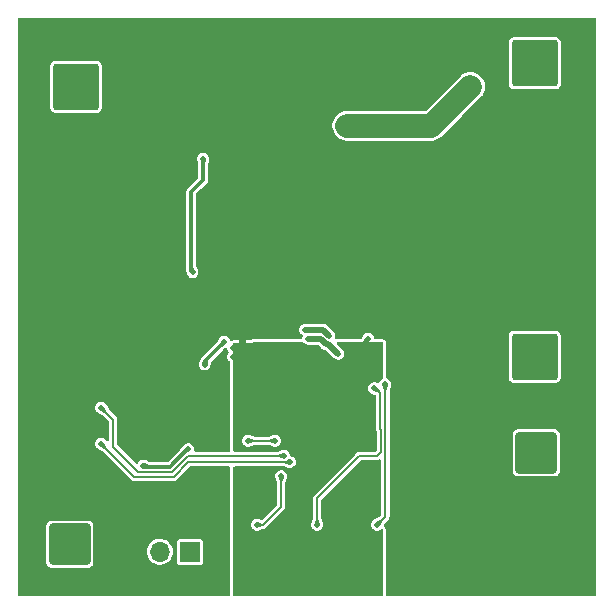
<source format=gbl>
%TF.GenerationSoftware,KiCad,Pcbnew,8.0.2*%
%TF.CreationDate,2024-05-28T03:04:17+03:00*%
%TF.ProjectId,ups,7570732e-6b69-4636-9164-5f7063625858,rev?*%
%TF.SameCoordinates,Original*%
%TF.FileFunction,Copper,L2,Bot*%
%TF.FilePolarity,Positive*%
%FSLAX46Y46*%
G04 Gerber Fmt 4.6, Leading zero omitted, Abs format (unit mm)*
G04 Created by KiCad (PCBNEW 8.0.2) date 2024-05-28 03:04:17*
%MOMM*%
%LPD*%
G01*
G04 APERTURE LIST*
G04 Aperture macros list*
%AMRoundRect*
0 Rectangle with rounded corners*
0 $1 Rounding radius*
0 $2 $3 $4 $5 $6 $7 $8 $9 X,Y pos of 4 corners*
0 Add a 4 corners polygon primitive as box body*
4,1,4,$2,$3,$4,$5,$6,$7,$8,$9,$2,$3,0*
0 Add four circle primitives for the rounded corners*
1,1,$1+$1,$2,$3*
1,1,$1+$1,$4,$5*
1,1,$1+$1,$6,$7*
1,1,$1+$1,$8,$9*
0 Add four rect primitives between the rounded corners*
20,1,$1+$1,$2,$3,$4,$5,0*
20,1,$1+$1,$4,$5,$6,$7,0*
20,1,$1+$1,$6,$7,$8,$9,0*
20,1,$1+$1,$8,$9,$2,$3,0*%
%AMFreePoly0*
4,1,19,0.500000,-0.750000,0.000000,-0.750000,0.000000,-0.744911,-0.071157,-0.744911,-0.207708,-0.704816,-0.327430,-0.627875,-0.420627,-0.520320,-0.479746,-0.390866,-0.500000,-0.250000,-0.500000,0.250000,-0.479746,0.390866,-0.420627,0.520320,-0.327430,0.627875,-0.207708,0.704816,-0.071157,0.744911,0.000000,0.744911,0.000000,0.750000,0.500000,0.750000,0.500000,-0.750000,0.500000,-0.750000,
$1*%
%AMFreePoly1*
4,1,19,0.000000,0.744911,0.071157,0.744911,0.207708,0.704816,0.327430,0.627875,0.420627,0.520320,0.479746,0.390866,0.500000,0.250000,0.500000,-0.250000,0.479746,-0.390866,0.420627,-0.520320,0.327430,-0.627875,0.207708,-0.704816,0.071157,-0.744911,0.000000,-0.744911,0.000000,-0.750000,-0.500000,-0.750000,-0.500000,0.750000,0.000000,0.750000,0.000000,0.744911,0.000000,0.744911,
$1*%
G04 Aperture macros list end*
%TA.AperFunction,EtchedComponent*%
%ADD10C,0.000000*%
%TD*%
%TA.AperFunction,ComponentPad*%
%ADD11C,5.600000*%
%TD*%
%TA.AperFunction,SMDPad,CuDef*%
%ADD12FreePoly0,270.000000*%
%TD*%
%TA.AperFunction,SMDPad,CuDef*%
%ADD13FreePoly1,270.000000*%
%TD*%
%TA.AperFunction,ComponentPad*%
%ADD14RoundRect,0.250002X-1.499998X-1.499998X1.499998X-1.499998X1.499998X1.499998X-1.499998X1.499998X0*%
%TD*%
%TA.AperFunction,ComponentPad*%
%ADD15RoundRect,0.250002X-1.699998X-1.699998X1.699998X-1.699998X1.699998X1.699998X-1.699998X1.699998X0*%
%TD*%
%TA.AperFunction,ComponentPad*%
%ADD16C,3.900000*%
%TD*%
%TA.AperFunction,ComponentPad*%
%ADD17RoundRect,0.250002X1.499998X1.499998X-1.499998X1.499998X-1.499998X-1.499998X1.499998X-1.499998X0*%
%TD*%
%TA.AperFunction,ComponentPad*%
%ADD18RoundRect,0.250002X-1.699998X1.699998X-1.699998X-1.699998X1.699998X-1.699998X1.699998X1.699998X0*%
%TD*%
%TA.AperFunction,ComponentPad*%
%ADD19RoundRect,0.250002X1.699998X-1.699998X1.699998X1.699998X-1.699998X1.699998X-1.699998X-1.699998X0*%
%TD*%
%TA.AperFunction,ComponentPad*%
%ADD20R,1.700000X1.700000*%
%TD*%
%TA.AperFunction,ComponentPad*%
%ADD21O,1.700000X1.700000*%
%TD*%
%TA.AperFunction,ViaPad*%
%ADD22C,0.500000*%
%TD*%
%TA.AperFunction,ViaPad*%
%ADD23C,0.600000*%
%TD*%
%TA.AperFunction,Conductor*%
%ADD24C,0.300000*%
%TD*%
%TA.AperFunction,Conductor*%
%ADD25C,0.500000*%
%TD*%
%TA.AperFunction,Conductor*%
%ADD26C,0.200000*%
%TD*%
%TA.AperFunction,Conductor*%
%ADD27C,1.000000*%
%TD*%
%TA.AperFunction,Conductor*%
%ADD28C,2.000000*%
%TD*%
G04 APERTURE END LIST*
D10*
%TA.AperFunction,EtchedComponent*%
%TO.C,JP2*%
G36*
X104440000Y-71370000D02*
G01*
X103840000Y-71370000D01*
X103840000Y-70870000D01*
X104440000Y-70870000D01*
X104440000Y-71370000D01*
G37*
%TD.AperFunction*%
%TD*%
D11*
%TO.P,H2,1,1*%
%TO.N,Earth*%
X121920000Y-59055000D03*
%TD*%
D12*
%TO.P,JP2,1,A*%
%TO.N,Earth*%
X104140000Y-70470000D03*
D13*
%TO.P,JP2,2,B*%
%TO.N,GND*%
X104140000Y-71770000D03*
%TD*%
D14*
%TO.P,J6,1,Pin_1*%
%TO.N,Net-(J6-Pin_1)*%
X129032000Y-80518000D03*
%TD*%
D15*
%TO.P,J1,1,Pin_1*%
%TO.N,Net-(J1-Pin_1)*%
X90080000Y-49530000D03*
D16*
%TO.P,J1,2,Pin_2*%
%TO.N,Earth*%
X97880000Y-49530000D03*
%TD*%
D11*
%TO.P,H1,1,1*%
%TO.N,Earth*%
X97155000Y-77470000D03*
%TD*%
D17*
%TO.P,J4,1,Pin_1*%
%TO.N,Net-(J4-Pin_1)*%
X89535000Y-88265000D03*
%TD*%
D18*
%TO.P,J2,1,Pin_1*%
%TO.N,Net-(J2-Pin_1)*%
X128905000Y-47535000D03*
D16*
%TO.P,J2,2,Pin_2*%
%TO.N,Earth*%
X128905000Y-55335000D03*
%TD*%
D19*
%TO.P,J3,1,Pin_1*%
%TO.N,Net-(J3-Pin_1)*%
X128905000Y-72390000D03*
D16*
%TO.P,J3,2,Pin_2*%
%TO.N,Earth*%
X128905000Y-64590000D03*
%TD*%
D20*
%TO.P,J5,1,Pin_1*%
%TO.N,Net-(J5-Pin_1)*%
X99700000Y-88900000D03*
D21*
%TO.P,J5,2,Pin_2*%
%TO.N,GND*%
X97160000Y-88900000D03*
%TD*%
D22*
%TO.N,Earth*%
X120142000Y-72644000D03*
X124714000Y-54864000D03*
X86614000Y-83566000D03*
X93218000Y-82550000D03*
X95758000Y-83566000D03*
X86614000Y-91440000D03*
X87968666Y-91440000D03*
X89323332Y-91440000D03*
X90677998Y-91440000D03*
X92032664Y-91440000D03*
X93387330Y-91440000D03*
X94742000Y-91440000D03*
X102108000Y-90170000D03*
X102108000Y-86360000D03*
X102108000Y-82296000D03*
X99822000Y-82296000D03*
%TO.N,Net-(J4-Pin_1)*%
X95765797Y-81600000D03*
X99568000Y-80222000D03*
%TO.N,Earth*%
X126238000Y-79756000D03*
X126238000Y-75438000D03*
X130048000Y-76454000D03*
X121920000Y-53594000D03*
X120142000Y-50038000D03*
X105918000Y-53594000D03*
%TO.N,GND*%
X113284000Y-78232000D03*
X113538000Y-82296000D03*
X107950000Y-88900000D03*
X107950000Y-85852000D03*
X113030000Y-88900000D03*
X113030000Y-85852000D03*
X114300000Y-81788000D03*
X115316000Y-81788000D03*
X114935000Y-91440000D03*
X113429142Y-91440000D03*
X111923285Y-91440000D03*
X110417428Y-91440000D03*
X108911571Y-91440000D03*
X107405714Y-91440000D03*
X105899857Y-91440000D03*
X104394000Y-91440000D03*
%TO.N,Earth*%
X116078000Y-70104000D03*
%TO.N,Net-(JP1-A)*%
X104648000Y-79502000D03*
X106934000Y-79502000D03*
%TO.N,Net-(U1-ISET1)*%
X105410000Y-86614000D03*
X107442000Y-82505000D03*
%TO.N,Net-(U1-ACSET)*%
X115570000Y-86614000D03*
%TO.N,Net-(U1-ISET2)*%
X110490000Y-86614000D03*
X115316000Y-75055000D03*
%TO.N,Net-(U1-ACSET)*%
X116240000Y-74700000D03*
%TO.N,GND*%
X114808000Y-70866000D03*
X113284000Y-74168000D03*
%TO.N,Earth*%
X117856000Y-74168000D03*
X117856000Y-72136000D03*
X117856000Y-73077294D03*
X118110000Y-86285294D03*
X118110000Y-89004588D03*
X118110000Y-83566000D03*
%TO.N,GND*%
X113792000Y-71882000D03*
X114300000Y-71374000D03*
%TO.N,Earth*%
X130227304Y-91440000D03*
X128210232Y-91440000D03*
X124176116Y-91440000D03*
X126193174Y-91440000D03*
X122159058Y-91440000D03*
X120142000Y-91440000D03*
X133096000Y-75124234D03*
X133096000Y-86001410D03*
X133096000Y-64247058D03*
X133096000Y-61527764D03*
X133096000Y-72404940D03*
X133096000Y-91440000D03*
X133096000Y-77843528D03*
X133096000Y-88720704D03*
X133096000Y-80562822D03*
X133096000Y-83282116D03*
X133096000Y-56089176D03*
X133096000Y-45212000D03*
X133096000Y-69685646D03*
X133096000Y-47931294D03*
X133096000Y-58808470D03*
X133096000Y-66966352D03*
X133096000Y-53369882D03*
X133096000Y-50650588D03*
X114808000Y-55118000D03*
X113665000Y-55118000D03*
X97790000Y-59944000D03*
X96266000Y-59944000D03*
X97790000Y-58674000D03*
X96266000Y-58674000D03*
X112103638Y-44450000D03*
X120171870Y-44450000D03*
X104035406Y-44450000D03*
X102018348Y-44450000D03*
X110086580Y-44450000D03*
X124206000Y-44450000D03*
X114120696Y-44450000D03*
X122188928Y-44450000D03*
X116137754Y-44450000D03*
X118154812Y-44450000D03*
X97984232Y-44450000D03*
X89916000Y-44450000D03*
X108069522Y-44450000D03*
X91933058Y-44450000D03*
X100001290Y-44450000D03*
X106052464Y-44450000D03*
X95967174Y-44450000D03*
X93950116Y-44450000D03*
X86106000Y-71882000D03*
X86106000Y-65786000D03*
X86106000Y-64262000D03*
X86106000Y-70358000D03*
X86106000Y-68834000D03*
X86106000Y-67310000D03*
X86106000Y-61214000D03*
X86106000Y-55118000D03*
X86106000Y-56642000D03*
X86106000Y-62738000D03*
X86106000Y-59690000D03*
X86106000Y-58166000D03*
X86106000Y-50546000D03*
X86106000Y-52070000D03*
X86106000Y-53594000D03*
X86106000Y-49022000D03*
X86106000Y-47498000D03*
X86106000Y-45974000D03*
X100838000Y-53086000D03*
X100838000Y-54356000D03*
X102108000Y-56388000D03*
X103124000Y-56388000D03*
X100838000Y-60706000D03*
X100838000Y-61468000D03*
X103886000Y-68326000D03*
X100584000Y-66548000D03*
%TO.N,/ST2*%
X92202000Y-79756000D03*
%TO.N,/PG*%
X92202000Y-76708000D03*
X107696000Y-80772000D03*
%TO.N,/ST2*%
X108175091Y-81293091D03*
%TO.N,GND*%
X110236000Y-80150000D03*
X104750000Y-77200000D03*
X105156000Y-76200000D03*
X115316000Y-79502000D03*
X115316000Y-78740000D03*
X109588000Y-80150000D03*
%TO.N,Earth*%
X100584000Y-65786000D03*
%TO.N,GND*%
X103378000Y-72390000D03*
X104140000Y-71628000D03*
X103378000Y-71628000D03*
%TO.N,Net-(U1-VCC)*%
X100950000Y-73050000D03*
X102631818Y-71104182D03*
%TO.N,Net-(J2-Pin_1)*%
X123444000Y-49530000D03*
X122936000Y-50038000D03*
X122428000Y-50546000D03*
X121920000Y-51054000D03*
X115316000Y-52832000D03*
X114554000Y-52832000D03*
X113792000Y-52832000D03*
X113030000Y-52832000D03*
%TO.N,Net-(U1-~{BATDRV})*%
X99949000Y-65225000D03*
X100838000Y-55626000D03*
%TO.N,Net-(Q4B-G2)*%
X109728000Y-70866000D03*
%TO.N,Net-(Q4A-G1)*%
X109474000Y-70104000D03*
X111506000Y-70612000D03*
%TO.N,Net-(Q4B-G2)*%
X112268000Y-72136000D03*
D23*
%TO.N,GND*%
X109728000Y-75692000D03*
X111252000Y-75692000D03*
X110490000Y-74930000D03*
X111252000Y-74168000D03*
X109728000Y-74168000D03*
D22*
X104394000Y-82296000D03*
%TD*%
D24*
%TO.N,Earth*%
X118289294Y-72644000D02*
X117856000Y-73077294D01*
X120142000Y-72644000D02*
X118289294Y-72644000D01*
%TO.N,GND*%
X113792000Y-71882000D02*
X114808000Y-70866000D01*
D25*
X105156000Y-76794000D02*
X104750000Y-77200000D01*
X105156000Y-76454000D02*
X105156000Y-76794000D01*
D24*
%TO.N,Net-(U1-VCC)*%
X100950000Y-72786000D02*
X102631818Y-71104182D01*
X100950000Y-73050000D02*
X100950000Y-72786000D01*
D25*
%TO.N,GND*%
X113538000Y-80502183D02*
X113538000Y-79502000D01*
X107950000Y-86090183D02*
X113538000Y-80502183D01*
X107950000Y-90895714D02*
X107950000Y-86090183D01*
X107405714Y-91440000D02*
X107950000Y-90895714D01*
D24*
%TO.N,Earth*%
X113665000Y-55118000D02*
X114808000Y-55118000D01*
D26*
%TO.N,/ST2*%
X94996000Y-82550000D02*
X92202000Y-79756000D01*
X99583686Y-81322000D02*
X98355686Y-82550000D01*
X98355686Y-82550000D02*
X94996000Y-82550000D01*
X108146182Y-81322000D02*
X99583686Y-81322000D01*
X108175091Y-81293091D02*
X108146182Y-81322000D01*
D24*
%TO.N,Earth*%
X85852000Y-72136000D02*
X86106000Y-71882000D01*
X85852000Y-83058000D02*
X85852000Y-72136000D01*
X86360000Y-83566000D02*
X85852000Y-83058000D01*
X86868000Y-83566000D02*
X86360000Y-83566000D01*
X86868000Y-83566000D02*
X92202000Y-83566000D01*
X86614000Y-83566000D02*
X86868000Y-83566000D01*
X86614000Y-83566000D02*
X86614000Y-91440000D01*
X94742000Y-91440000D02*
X86614000Y-91440000D01*
X92202000Y-83566000D02*
X93218000Y-82550000D01*
X94234000Y-83566000D02*
X93218000Y-82550000D01*
X95758000Y-83566000D02*
X94234000Y-83566000D01*
X98552000Y-83566000D02*
X95758000Y-83566000D01*
X99822000Y-82296000D02*
X98552000Y-83566000D01*
X102108000Y-82296000D02*
X99822000Y-82296000D01*
%TO.N,Net-(J4-Pin_1)*%
X95865797Y-81700000D02*
X95765797Y-81600000D01*
X98003604Y-81700000D02*
X95865797Y-81700000D01*
X99568000Y-80222000D02*
X99481604Y-80222000D01*
X99481604Y-80222000D02*
X98003604Y-81700000D01*
D26*
%TO.N,/PG*%
X93218000Y-77724000D02*
X92202000Y-76708000D01*
X95358000Y-82150000D02*
X93218000Y-80010000D01*
X93218000Y-80010000D02*
X93218000Y-77724000D01*
X98190000Y-82150000D02*
X95358000Y-82150000D01*
X99568000Y-80772000D02*
X98190000Y-82150000D01*
X107696000Y-80772000D02*
X99568000Y-80772000D01*
D25*
%TO.N,GND*%
X104394000Y-82296000D02*
X104394000Y-91440000D01*
X107950000Y-88900000D02*
X113030000Y-88900000D01*
X107950000Y-85852000D02*
X107950000Y-88900000D01*
X113030000Y-83566000D02*
X113030000Y-88900000D01*
X113284000Y-82804000D02*
X113284000Y-83312000D01*
X114300000Y-81788000D02*
X113284000Y-82804000D01*
X113284000Y-83312000D02*
X113030000Y-83566000D01*
D26*
%TO.N,Net-(U1-ISET1)*%
X105895500Y-86614000D02*
X105410000Y-86614000D01*
X107442000Y-85067500D02*
X105895500Y-86614000D01*
X107442000Y-82505000D02*
X107442000Y-85067500D01*
D25*
%TO.N,GND*%
X113538000Y-78740000D02*
X113538000Y-79502000D01*
X111252000Y-76454000D02*
X113538000Y-78740000D01*
X111252000Y-75692000D02*
X111252000Y-76454000D01*
D26*
X115316000Y-79502000D02*
X113538000Y-79502000D01*
X113538000Y-79502000D02*
X110884000Y-79502000D01*
D25*
X104394000Y-91440000D02*
X114935000Y-91440000D01*
D26*
X110884000Y-79502000D02*
X110236000Y-80150000D01*
%TO.N,Earth*%
X117856000Y-71882000D02*
X117856000Y-72136000D01*
X116078000Y-70104000D02*
X117856000Y-71882000D01*
D27*
X97155000Y-75057000D02*
X103886000Y-68326000D01*
D26*
X97155000Y-77470000D02*
X97155000Y-75057000D01*
%TO.N,Net-(U1-ISET2)*%
X110490000Y-84328000D02*
X110490000Y-86614000D01*
X114046000Y-80772000D02*
X110490000Y-84328000D01*
X115570000Y-80772000D02*
X114046000Y-80772000D01*
X115866000Y-80476000D02*
X115570000Y-80772000D01*
X115824000Y-78470182D02*
X115866000Y-78512182D01*
X115824000Y-75438000D02*
X115824000Y-78470182D01*
X115441000Y-75055000D02*
X115824000Y-75438000D01*
X115866000Y-78512182D02*
X115866000Y-80476000D01*
X115316000Y-75055000D02*
X115441000Y-75055000D01*
%TO.N,Net-(JP1-A)*%
X106934000Y-79502000D02*
X104648000Y-79502000D01*
%TO.N,GND*%
X111252000Y-74168000D02*
X113284000Y-74168000D01*
X111252000Y-74168000D02*
X109728000Y-75692000D01*
X111252000Y-75692000D02*
X110490000Y-74930000D01*
X109982000Y-75946000D02*
X109728000Y-75692000D01*
X109982000Y-79756000D02*
X109982000Y-75946000D01*
X109588000Y-80150000D02*
X109982000Y-79756000D01*
X110236000Y-80150000D02*
X109588000Y-80150000D01*
%TO.N,Net-(U1-ACSET)*%
X116266000Y-85918000D02*
X115570000Y-86614000D01*
X116266000Y-74726000D02*
X116266000Y-85918000D01*
X116240000Y-74700000D02*
X116266000Y-74726000D01*
D25*
%TO.N,GND*%
X113792000Y-73660000D02*
X113284000Y-74168000D01*
X113792000Y-71882000D02*
X113792000Y-73660000D01*
%TO.N,Earth*%
X118110000Y-73331294D02*
X118110000Y-83566000D01*
X117856000Y-73077294D02*
X118110000Y-73331294D01*
D24*
%TO.N,GND*%
X107330000Y-71770000D02*
X110490000Y-74930000D01*
X104140000Y-71770000D02*
X107330000Y-71770000D01*
X108966000Y-76454000D02*
X109728000Y-75692000D01*
X105156000Y-76454000D02*
X108966000Y-76454000D01*
D25*
X105156000Y-76200000D02*
X105156000Y-76454000D01*
D27*
%TO.N,Earth*%
X114808000Y-55118000D02*
X117983000Y-55118000D01*
X117983000Y-55118000D02*
X121920000Y-59055000D01*
D24*
X100584000Y-61722000D02*
X100838000Y-61468000D01*
X100584000Y-65786000D02*
X100584000Y-61722000D01*
X104140000Y-68580000D02*
X103886000Y-68326000D01*
X104140000Y-70470000D02*
X104140000Y-68580000D01*
D25*
X102108000Y-56388000D02*
X103124000Y-56388000D01*
X102108000Y-55626000D02*
X102108000Y-56388000D01*
X100838000Y-54356000D02*
X102108000Y-55626000D01*
X100838000Y-53086000D02*
X100838000Y-54356000D01*
D27*
X97663000Y-76962000D02*
X97155000Y-77470000D01*
D24*
%TO.N,Net-(U1-~{BATDRV})*%
X99822000Y-65098000D02*
X99822000Y-58420000D01*
X99949000Y-65225000D02*
X99822000Y-65098000D01*
X99822000Y-58420000D02*
X100838000Y-57404000D01*
X100838000Y-57404000D02*
X100838000Y-55626000D01*
D28*
%TO.N,Net-(J2-Pin_1)*%
X121920000Y-51054000D02*
X122936000Y-50038000D01*
X123444000Y-49530000D02*
X123190000Y-49784000D01*
X122936000Y-50038000D02*
X123444000Y-49530000D01*
X122428000Y-50546000D02*
X122936000Y-50038000D01*
X121920000Y-51054000D02*
X122428000Y-50546000D01*
X121793000Y-51181000D02*
X121920000Y-51054000D01*
X115316000Y-52832000D02*
X120142000Y-52832000D01*
X120142000Y-52832000D02*
X121793000Y-51181000D01*
X113030000Y-52832000D02*
X115316000Y-52832000D01*
D25*
%TO.N,Net-(Q4B-G2)*%
X110770050Y-70866000D02*
X109728000Y-70866000D01*
X111444000Y-71312000D02*
X111216050Y-71312000D01*
X111216050Y-71312000D02*
X110770050Y-70866000D01*
X112268000Y-72136000D02*
X111444000Y-71312000D01*
%TO.N,Net-(Q4A-G1)*%
X111506000Y-70612000D02*
X110998000Y-70104000D01*
X110998000Y-70104000D02*
X109474000Y-70104000D01*
%TD*%
%TA.AperFunction,Conductor*%
%TO.N,GND*%
G36*
X109292480Y-71139685D02*
G01*
X109323816Y-71168513D01*
X109327499Y-71173313D01*
X109358322Y-71204136D01*
X109364354Y-71210615D01*
X109396870Y-71248141D01*
X109396874Y-71248145D01*
X109400928Y-71250750D01*
X109416211Y-71263066D01*
X109420684Y-71266498D01*
X109420686Y-71266500D01*
X109464887Y-71292019D01*
X109469871Y-71295056D01*
X109517947Y-71325953D01*
X109517950Y-71325954D01*
X109517952Y-71325955D01*
X109518994Y-71326431D01*
X109528621Y-71329827D01*
X109534811Y-71332390D01*
X109534814Y-71332392D01*
X109591261Y-71347516D01*
X109594098Y-71348312D01*
X109656039Y-71366500D01*
X109662108Y-71366500D01*
X110511374Y-71366500D01*
X110578413Y-71386185D01*
X110599055Y-71402819D01*
X110815548Y-71619312D01*
X110815550Y-71619314D01*
X110908736Y-71712500D01*
X111022864Y-71778392D01*
X111150157Y-71812500D01*
X111150158Y-71812500D01*
X111185324Y-71812500D01*
X111252363Y-71832185D01*
X111273005Y-71848819D01*
X111898322Y-72474136D01*
X111904354Y-72480615D01*
X111936870Y-72518141D01*
X111936874Y-72518145D01*
X111940928Y-72520750D01*
X111956211Y-72533066D01*
X111960684Y-72536498D01*
X111960686Y-72536500D01*
X112004887Y-72562019D01*
X112009871Y-72565056D01*
X112057947Y-72595953D01*
X112057950Y-72595954D01*
X112057952Y-72595955D01*
X112058994Y-72596431D01*
X112068621Y-72599827D01*
X112074811Y-72602390D01*
X112074814Y-72602392D01*
X112131246Y-72617512D01*
X112131261Y-72617516D01*
X112134098Y-72618312D01*
X112196039Y-72636500D01*
X112339963Y-72636500D01*
X112339963Y-72636499D01*
X112378226Y-72625263D01*
X112401902Y-72618312D01*
X112404681Y-72617531D01*
X112461186Y-72602392D01*
X112461189Y-72602389D01*
X112467367Y-72599832D01*
X112476996Y-72596434D01*
X112478045Y-72595955D01*
X112478053Y-72595953D01*
X112526087Y-72565082D01*
X112531102Y-72562025D01*
X112575314Y-72536500D01*
X112575321Y-72536492D01*
X112579828Y-72533035D01*
X112595067Y-72520752D01*
X112599128Y-72518143D01*
X112631653Y-72480605D01*
X112637673Y-72474140D01*
X112637677Y-72474136D01*
X112668500Y-72443314D01*
X112671628Y-72437894D01*
X112685304Y-72418688D01*
X112693377Y-72409373D01*
X112710912Y-72370974D01*
X112716311Y-72360502D01*
X112734392Y-72329186D01*
X112737952Y-72315898D01*
X112744934Y-72296479D01*
X112753164Y-72278459D01*
X112753163Y-72278459D01*
X112753165Y-72278457D01*
X112758111Y-72244053D01*
X112761074Y-72229606D01*
X112762263Y-72225165D01*
X112768500Y-72201892D01*
X112768500Y-72180667D01*
X112769762Y-72163020D01*
X112773647Y-72135999D01*
X112769762Y-72108977D01*
X112768500Y-72091331D01*
X112768500Y-72070110D01*
X112768500Y-72070108D01*
X112761073Y-72042390D01*
X112758111Y-72027946D01*
X112753165Y-71993545D01*
X112753165Y-71993543D01*
X112744928Y-71975509D01*
X112737949Y-71956091D01*
X112734392Y-71942814D01*
X112716316Y-71911506D01*
X112710911Y-71901020D01*
X112693380Y-71862633D01*
X112693379Y-71862631D01*
X112693377Y-71862627D01*
X112693372Y-71862621D01*
X112685306Y-71853312D01*
X112671628Y-71834104D01*
X112668499Y-71828685D01*
X112637677Y-71797863D01*
X112631659Y-71791401D01*
X112599128Y-71753857D01*
X112599125Y-71753854D01*
X112595066Y-71751246D01*
X112574428Y-71734614D01*
X112171495Y-71331681D01*
X112138010Y-71270358D01*
X112142994Y-71200666D01*
X112184866Y-71144733D01*
X112250330Y-71120316D01*
X112259176Y-71120000D01*
X115954000Y-71120000D01*
X116021039Y-71139685D01*
X116066794Y-71192489D01*
X116078000Y-71244000D01*
X116078000Y-74141456D01*
X116058315Y-74208495D01*
X116021039Y-74245772D01*
X115908873Y-74317856D01*
X115814623Y-74426626D01*
X115814622Y-74426628D01*
X115751151Y-74565610D01*
X115748995Y-74564625D01*
X115718137Y-74612632D01*
X115654579Y-74641651D01*
X115585421Y-74631702D01*
X115569904Y-74623228D01*
X115526050Y-74595045D01*
X115387963Y-74554500D01*
X115387961Y-74554500D01*
X115244039Y-74554500D01*
X115244036Y-74554500D01*
X115105949Y-74595045D01*
X114984873Y-74672856D01*
X114890623Y-74781626D01*
X114890622Y-74781628D01*
X114830834Y-74912543D01*
X114810353Y-75055000D01*
X114830834Y-75197456D01*
X114890622Y-75328371D01*
X114890623Y-75328373D01*
X114984872Y-75437143D01*
X114984874Y-75437144D01*
X114984876Y-75437146D01*
X115105941Y-75514950D01*
X115105943Y-75514951D01*
X115105944Y-75514951D01*
X115105947Y-75514953D01*
X115137719Y-75524281D01*
X115158482Y-75532471D01*
X115165027Y-75535762D01*
X115382509Y-75595823D01*
X115441889Y-75632643D01*
X115471937Y-75695722D01*
X115473500Y-75715349D01*
X115473500Y-78516327D01*
X115484753Y-78558326D01*
X115484754Y-78558326D01*
X115497386Y-78605471D01*
X115498885Y-78608066D01*
X115499661Y-78610965D01*
X115500498Y-78612984D01*
X115500232Y-78613094D01*
X115515500Y-78670070D01*
X115515500Y-80279456D01*
X115495815Y-80346495D01*
X115479181Y-80367137D01*
X115461137Y-80385181D01*
X115399814Y-80418666D01*
X115373456Y-80421500D01*
X113999856Y-80421500D01*
X113916073Y-80443948D01*
X113916074Y-80443949D01*
X113910715Y-80445385D01*
X113910712Y-80445386D01*
X113830791Y-80491528D01*
X113830785Y-80491533D01*
X110209531Y-84112786D01*
X110209527Y-84112791D01*
X110163387Y-84192709D01*
X110163386Y-84192712D01*
X110139500Y-84281856D01*
X110139500Y-86038633D01*
X110133466Y-86076844D01*
X110019278Y-86429360D01*
X110018063Y-86434661D01*
X110017358Y-86434499D01*
X110009642Y-86461014D01*
X110004835Y-86471539D01*
X110004835Y-86471542D01*
X109984353Y-86614000D01*
X110004834Y-86756456D01*
X110032157Y-86816283D01*
X110064623Y-86887373D01*
X110158872Y-86996143D01*
X110279947Y-87073953D01*
X110279950Y-87073954D01*
X110279949Y-87073954D01*
X110418036Y-87114499D01*
X110418038Y-87114500D01*
X110418039Y-87114500D01*
X110561962Y-87114500D01*
X110561962Y-87114499D01*
X110700053Y-87073953D01*
X110821128Y-86996143D01*
X110915377Y-86887373D01*
X110975165Y-86756457D01*
X110995647Y-86614000D01*
X110975165Y-86471543D01*
X110970476Y-86461277D01*
X110963156Y-86435061D01*
X110962019Y-86435310D01*
X110960718Y-86429356D01*
X110960718Y-86429353D01*
X110846534Y-86076844D01*
X110840500Y-86038633D01*
X110840500Y-84524543D01*
X110860185Y-84457504D01*
X110876819Y-84436862D01*
X114154862Y-81158819D01*
X114216185Y-81125334D01*
X114242543Y-81122500D01*
X115616142Y-81122500D01*
X115616144Y-81122500D01*
X115705288Y-81098614D01*
X115717284Y-81091687D01*
X115717289Y-81091686D01*
X115717289Y-81091685D01*
X115729500Y-81084635D01*
X115797400Y-81068162D01*
X115863427Y-81091015D01*
X115906618Y-81145936D01*
X115915500Y-81192022D01*
X115915500Y-85721455D01*
X115895815Y-85788494D01*
X115879181Y-85809136D01*
X115729008Y-85959309D01*
X115697722Y-85982062D01*
X115371738Y-86148531D01*
X115366863Y-86150888D01*
X115359943Y-86154048D01*
X115238874Y-86231855D01*
X115144623Y-86340626D01*
X115144622Y-86340628D01*
X115084834Y-86471543D01*
X115064353Y-86614000D01*
X115084834Y-86756456D01*
X115112157Y-86816283D01*
X115144623Y-86887373D01*
X115238872Y-86996143D01*
X115359947Y-87073953D01*
X115359950Y-87073954D01*
X115359949Y-87073954D01*
X115498036Y-87114499D01*
X115498038Y-87114500D01*
X115498039Y-87114500D01*
X115641962Y-87114500D01*
X115641962Y-87114499D01*
X115780050Y-87073954D01*
X115780051Y-87073954D01*
X115886960Y-87005248D01*
X115954000Y-86985563D01*
X116021039Y-87005247D01*
X116066794Y-87058051D01*
X116078000Y-87109563D01*
X116078000Y-92555500D01*
X116058315Y-92622539D01*
X116005511Y-92668294D01*
X115954000Y-92679500D01*
X103502000Y-92679500D01*
X103434961Y-92659815D01*
X103389206Y-92607011D01*
X103378000Y-92555500D01*
X103378000Y-86614000D01*
X104904353Y-86614000D01*
X104924834Y-86756456D01*
X104952157Y-86816283D01*
X104984623Y-86887373D01*
X105078872Y-86996143D01*
X105199947Y-87073953D01*
X105199950Y-87073954D01*
X105199949Y-87073954D01*
X105338036Y-87114499D01*
X105338038Y-87114500D01*
X105338039Y-87114500D01*
X105481961Y-87114500D01*
X105577536Y-87086436D01*
X105593780Y-87082832D01*
X105603153Y-87081405D01*
X105905470Y-86971911D01*
X105933766Y-86966944D01*
X105933584Y-86965561D01*
X105941635Y-86964500D01*
X105941644Y-86964500D01*
X106030788Y-86940614D01*
X106064845Y-86920951D01*
X106110712Y-86894470D01*
X107722469Y-85282712D01*
X107768614Y-85202788D01*
X107792500Y-85113644D01*
X107792500Y-83080365D01*
X107798534Y-83042154D01*
X107912718Y-82689646D01*
X107912719Y-82689636D01*
X107913938Y-82684329D01*
X107914650Y-82684492D01*
X107922359Y-82657978D01*
X107927165Y-82647457D01*
X107947647Y-82505000D01*
X107927165Y-82362543D01*
X107867377Y-82231627D01*
X107773128Y-82122857D01*
X107652053Y-82045047D01*
X107652051Y-82045046D01*
X107652049Y-82045045D01*
X107652050Y-82045045D01*
X107513963Y-82004500D01*
X107513961Y-82004500D01*
X107370039Y-82004500D01*
X107370036Y-82004500D01*
X107231949Y-82045045D01*
X107110873Y-82122856D01*
X107016623Y-82231626D01*
X107016622Y-82231628D01*
X106956834Y-82362543D01*
X106936353Y-82505000D01*
X106956834Y-82647455D01*
X106961525Y-82657727D01*
X106968865Y-82683938D01*
X106969981Y-82683695D01*
X106971280Y-82689638D01*
X106971281Y-82689646D01*
X107084933Y-83040511D01*
X107085466Y-83042155D01*
X107091500Y-83080366D01*
X107091500Y-84870955D01*
X107071815Y-84937994D01*
X107055181Y-84958636D01*
X105845345Y-86168471D01*
X105784022Y-86201956D01*
X105714330Y-86196972D01*
X105706270Y-86193638D01*
X105629920Y-86158866D01*
X105626401Y-86156947D01*
X105617803Y-86153019D01*
X105613854Y-86151796D01*
X105604700Y-86149538D01*
X105481963Y-86113500D01*
X105481961Y-86113500D01*
X105338039Y-86113500D01*
X105338036Y-86113500D01*
X105199949Y-86154045D01*
X105078873Y-86231856D01*
X104984623Y-86340626D01*
X104984622Y-86340628D01*
X104924834Y-86471543D01*
X104904353Y-86614000D01*
X103378000Y-86614000D01*
X103378000Y-81796500D01*
X103397685Y-81729461D01*
X103450489Y-81683706D01*
X103502000Y-81672500D01*
X107613504Y-81672500D01*
X107644261Y-81676375D01*
X107825817Y-81722865D01*
X108006243Y-81769066D01*
X108006244Y-81769066D01*
X108006248Y-81769067D01*
X108013545Y-81769731D01*
X108037231Y-81774241D01*
X108103130Y-81793591D01*
X108103131Y-81793591D01*
X108247053Y-81793591D01*
X108247053Y-81793590D01*
X108385144Y-81753044D01*
X108506219Y-81675234D01*
X108600468Y-81566464D01*
X108660256Y-81435548D01*
X108680738Y-81293091D01*
X108660256Y-81150634D01*
X108600468Y-81019718D01*
X108506219Y-80910948D01*
X108385144Y-80833138D01*
X108385141Y-80833136D01*
X108279198Y-80802029D01*
X108220420Y-80764255D01*
X108191395Y-80700700D01*
X108181165Y-80629543D01*
X108121377Y-80498627D01*
X108027128Y-80389857D01*
X107906053Y-80312047D01*
X107906051Y-80312046D01*
X107906049Y-80312045D01*
X107906050Y-80312045D01*
X107767963Y-80271500D01*
X107767961Y-80271500D01*
X107624039Y-80271500D01*
X107624037Y-80271500D01*
X107540176Y-80296123D01*
X107519709Y-80300299D01*
X107511359Y-80301279D01*
X107511353Y-80301281D01*
X107158842Y-80415466D01*
X107120631Y-80421500D01*
X103502000Y-80421500D01*
X103434961Y-80401815D01*
X103389206Y-80349011D01*
X103378000Y-80297500D01*
X103378000Y-79502000D01*
X104142353Y-79502000D01*
X104162834Y-79644456D01*
X104222622Y-79775371D01*
X104222623Y-79775373D01*
X104316872Y-79884143D01*
X104437947Y-79961953D01*
X104437950Y-79961954D01*
X104437949Y-79961954D01*
X104576036Y-80002499D01*
X104576038Y-80002500D01*
X104576039Y-80002500D01*
X104719961Y-80002500D01*
X104803827Y-79977874D01*
X104824291Y-79973699D01*
X104832646Y-79972718D01*
X105185155Y-79858534D01*
X105223366Y-79852500D01*
X106358634Y-79852500D01*
X106396845Y-79858534D01*
X106749353Y-79972718D01*
X106761573Y-79974410D01*
X106779468Y-79978254D01*
X106862039Y-80002500D01*
X106862040Y-80002500D01*
X107005962Y-80002500D01*
X107005962Y-80002499D01*
X107144053Y-79961953D01*
X107265128Y-79884143D01*
X107359377Y-79775373D01*
X107419165Y-79644457D01*
X107439647Y-79502000D01*
X107419165Y-79359543D01*
X107359377Y-79228627D01*
X107265128Y-79119857D01*
X107144053Y-79042047D01*
X107144051Y-79042046D01*
X107144049Y-79042045D01*
X107144050Y-79042045D01*
X107005963Y-79001500D01*
X107005961Y-79001500D01*
X106862039Y-79001500D01*
X106862037Y-79001500D01*
X106778176Y-79026123D01*
X106757709Y-79030299D01*
X106749359Y-79031279D01*
X106749353Y-79031281D01*
X106396842Y-79145466D01*
X106358631Y-79151500D01*
X105223367Y-79151500D01*
X105185156Y-79145466D01*
X104832643Y-79031280D01*
X104820424Y-79029587D01*
X104802512Y-79025738D01*
X104719963Y-79001500D01*
X104719961Y-79001500D01*
X104576039Y-79001500D01*
X104576036Y-79001500D01*
X104437949Y-79042045D01*
X104316873Y-79119856D01*
X104222623Y-79228626D01*
X104222622Y-79228628D01*
X104162834Y-79359543D01*
X104142353Y-79502000D01*
X103378000Y-79502000D01*
X103378000Y-71349500D01*
X103397685Y-71282461D01*
X103450489Y-71236706D01*
X103502000Y-71225500D01*
X103827096Y-71225500D01*
X103844741Y-71226762D01*
X103847573Y-71227169D01*
X103853638Y-71228041D01*
X103853641Y-71228041D01*
X103926358Y-71228041D01*
X103926361Y-71228041D01*
X103932955Y-71227092D01*
X103935258Y-71226762D01*
X103952903Y-71225500D01*
X104327097Y-71225500D01*
X104344742Y-71226762D01*
X104347574Y-71227169D01*
X104353639Y-71228041D01*
X104353642Y-71228041D01*
X104426359Y-71228041D01*
X104426362Y-71228041D01*
X104432956Y-71227092D01*
X104435259Y-71226762D01*
X104452904Y-71225500D01*
X104890002Y-71225500D01*
X104890003Y-71225499D01*
X104987776Y-71206051D01*
X105070666Y-71150666D01*
X105070665Y-71150666D01*
X105080821Y-71143881D01*
X105082684Y-71146669D01*
X105126336Y-71122834D01*
X105152694Y-71120000D01*
X109225441Y-71120000D01*
X109292480Y-71139685D01*
G37*
%TD.AperFunction*%
%TD*%
%TA.AperFunction,Conductor*%
%TO.N,Earth*%
G36*
X134062539Y-43700185D02*
G01*
X134108294Y-43752989D01*
X134119500Y-43804500D01*
X134119500Y-92555500D01*
X134099815Y-92622539D01*
X134047011Y-92668294D01*
X133995500Y-92679500D01*
X116457500Y-92679500D01*
X116390461Y-92659815D01*
X116344706Y-92607011D01*
X116333500Y-92555500D01*
X116333500Y-87109563D01*
X116327661Y-87055251D01*
X116316455Y-87003739D01*
X116309219Y-86977364D01*
X116309216Y-86977358D01*
X116259894Y-86890743D01*
X116259890Y-86890738D01*
X116259888Y-86890734D01*
X116214133Y-86837930D01*
X116181356Y-86806303D01*
X116181354Y-86806301D01*
X116177423Y-86804245D01*
X116174229Y-86801163D01*
X116174165Y-86801117D01*
X116174171Y-86801107D01*
X116127145Y-86755729D01*
X116111078Y-86687732D01*
X116124464Y-86637981D01*
X116201932Y-86486281D01*
X116224685Y-86454996D01*
X116358479Y-86321202D01*
X116546470Y-86133212D01*
X116592614Y-86053288D01*
X116609925Y-85988683D01*
X116616500Y-85964144D01*
X116616500Y-78970137D01*
X127031500Y-78970137D01*
X127031500Y-82065868D01*
X127031501Y-82065874D01*
X127037908Y-82125481D01*
X127088202Y-82260327D01*
X127088203Y-82260328D01*
X127088204Y-82260330D01*
X127174454Y-82375546D01*
X127289670Y-82461796D01*
X127289671Y-82461796D01*
X127289672Y-82461797D01*
X127424519Y-82512091D01*
X127424518Y-82512091D01*
X127431446Y-82512835D01*
X127484129Y-82518500D01*
X130579870Y-82518499D01*
X130639481Y-82512091D01*
X130774330Y-82461796D01*
X130889546Y-82375546D01*
X130975796Y-82260330D01*
X131026091Y-82125481D01*
X131032500Y-82065871D01*
X131032499Y-78970130D01*
X131026091Y-78910519D01*
X130975796Y-78775670D01*
X130889546Y-78660454D01*
X130774330Y-78574204D01*
X130774328Y-78574203D01*
X130774327Y-78574202D01*
X130639480Y-78523908D01*
X130639481Y-78523908D01*
X130579881Y-78517501D01*
X130579879Y-78517500D01*
X130579871Y-78517500D01*
X130579862Y-78517500D01*
X127484131Y-78517500D01*
X127484125Y-78517501D01*
X127424518Y-78523908D01*
X127289672Y-78574202D01*
X127289670Y-78574204D01*
X127174454Y-78660454D01*
X127088204Y-78775670D01*
X127088202Y-78775672D01*
X127037908Y-78910519D01*
X127031501Y-78970118D01*
X127031501Y-78970125D01*
X127031500Y-78970137D01*
X116616500Y-78970137D01*
X116616500Y-75262905D01*
X116620577Y-75231368D01*
X116716754Y-74865647D01*
X116717507Y-74865845D01*
X116724004Y-74844998D01*
X116725165Y-74842457D01*
X116745647Y-74700000D01*
X116725165Y-74557543D01*
X116665377Y-74426627D01*
X116571128Y-74317857D01*
X116450053Y-74240047D01*
X116450050Y-74240046D01*
X116450048Y-74240045D01*
X116422562Y-74231974D01*
X116363785Y-74194198D01*
X116334762Y-74130642D01*
X116333500Y-74112998D01*
X116333500Y-71244000D01*
X116327661Y-71189687D01*
X116316455Y-71138176D01*
X116309219Y-71111802D01*
X116296425Y-71089334D01*
X116259894Y-71025181D01*
X116259890Y-71025176D01*
X116259888Y-71025172D01*
X116214133Y-70972368D01*
X116181359Y-70940743D01*
X116093024Y-70894535D01*
X116093023Y-70894534D01*
X116093022Y-70894534D01*
X116093022Y-70894533D01*
X116025990Y-70874851D01*
X116025978Y-70874848D01*
X115954001Y-70864500D01*
X115954000Y-70864500D01*
X115420878Y-70864500D01*
X115353839Y-70844815D01*
X115308084Y-70792011D01*
X115298140Y-70758146D01*
X115293165Y-70723543D01*
X115280630Y-70696096D01*
X115255988Y-70642137D01*
X126704500Y-70642137D01*
X126704500Y-74137868D01*
X126704501Y-74137874D01*
X126710908Y-74197481D01*
X126761202Y-74332327D01*
X126761203Y-74332328D01*
X126761204Y-74332330D01*
X126847454Y-74447546D01*
X126962670Y-74533796D01*
X126962671Y-74533796D01*
X126962672Y-74533797D01*
X127097519Y-74584091D01*
X127097518Y-74584091D01*
X127104446Y-74584835D01*
X127157129Y-74590500D01*
X130652870Y-74590499D01*
X130712481Y-74584091D01*
X130847330Y-74533796D01*
X130962546Y-74447546D01*
X131048796Y-74332330D01*
X131099091Y-74197481D01*
X131105500Y-74137871D01*
X131105499Y-70642130D01*
X131099091Y-70582519D01*
X131097899Y-70579324D01*
X131048797Y-70447672D01*
X131048796Y-70447671D01*
X131048796Y-70447670D01*
X130962546Y-70332454D01*
X130847330Y-70246204D01*
X130847328Y-70246203D01*
X130847327Y-70246202D01*
X130712480Y-70195908D01*
X130712481Y-70195908D01*
X130652881Y-70189501D01*
X130652879Y-70189500D01*
X130652871Y-70189500D01*
X130652862Y-70189500D01*
X127157131Y-70189500D01*
X127157125Y-70189501D01*
X127097518Y-70195908D01*
X126962672Y-70246202D01*
X126962670Y-70246204D01*
X126847454Y-70332454D01*
X126761204Y-70447670D01*
X126761202Y-70447672D01*
X126710908Y-70582519D01*
X126705092Y-70636624D01*
X126704501Y-70642125D01*
X126704500Y-70642137D01*
X115255988Y-70642137D01*
X115233377Y-70592627D01*
X115139128Y-70483857D01*
X115018053Y-70406047D01*
X115018051Y-70406046D01*
X115018049Y-70406045D01*
X115018050Y-70406045D01*
X114879963Y-70365500D01*
X114879961Y-70365500D01*
X114736039Y-70365500D01*
X114736036Y-70365500D01*
X114597949Y-70406045D01*
X114476873Y-70483856D01*
X114476872Y-70483856D01*
X114476872Y-70483857D01*
X114472632Y-70488750D01*
X114382621Y-70592628D01*
X114373530Y-70612535D01*
X114361915Y-70631184D01*
X114362473Y-70631556D01*
X114359096Y-70636623D01*
X114359096Y-70636624D01*
X114268827Y-70772102D01*
X114244070Y-70809257D01*
X114190516Y-70854132D01*
X114140879Y-70864500D01*
X112259172Y-70864500D01*
X112254615Y-70864581D01*
X112250055Y-70864663D01*
X112241209Y-70864979D01*
X112241206Y-70864979D01*
X112161038Y-70880926D01*
X112158127Y-70882012D01*
X112156909Y-70882098D01*
X112156247Y-70882287D01*
X112156207Y-70882149D01*
X112088435Y-70886990D01*
X112027115Y-70853499D01*
X111993636Y-70792172D01*
X111992066Y-70748188D01*
X111996115Y-70720022D01*
X111999071Y-70705613D01*
X112006500Y-70677892D01*
X112006500Y-70656667D01*
X112007762Y-70639020D01*
X112011647Y-70612000D01*
X112007762Y-70584977D01*
X112006500Y-70567331D01*
X112006500Y-70546109D01*
X112006500Y-70546107D01*
X111999071Y-70518382D01*
X111996111Y-70503946D01*
X111995697Y-70501066D01*
X111991165Y-70469543D01*
X111982928Y-70451509D01*
X111975949Y-70432091D01*
X111972391Y-70418810D01*
X111954319Y-70387510D01*
X111948911Y-70377020D01*
X111931380Y-70338633D01*
X111931379Y-70338631D01*
X111931377Y-70338627D01*
X111923303Y-70329310D01*
X111909627Y-70310103D01*
X111906498Y-70304684D01*
X111875677Y-70273863D01*
X111869659Y-70267401D01*
X111837128Y-70229857D01*
X111837125Y-70229854D01*
X111833066Y-70227246D01*
X111812428Y-70210614D01*
X111305316Y-69703502D01*
X111305314Y-69703500D01*
X111202339Y-69644047D01*
X111191187Y-69637608D01*
X111127539Y-69620554D01*
X111063892Y-69603500D01*
X109545961Y-69603500D01*
X109402039Y-69603500D01*
X109340145Y-69621673D01*
X109337307Y-69622469D01*
X109280817Y-69637606D01*
X109274609Y-69640177D01*
X109264985Y-69643572D01*
X109263949Y-69644045D01*
X109215915Y-69674914D01*
X109210880Y-69677983D01*
X109166689Y-69703497D01*
X109162266Y-69706892D01*
X109146945Y-69719238D01*
X109142877Y-69721852D01*
X109142868Y-69721860D01*
X109110355Y-69759383D01*
X109104324Y-69765860D01*
X109073498Y-69796686D01*
X109070364Y-69802115D01*
X109056701Y-69821303D01*
X109048623Y-69830626D01*
X109048623Y-69830627D01*
X109031088Y-69869019D01*
X109025687Y-69879495D01*
X109007607Y-69910813D01*
X109007606Y-69910816D01*
X109004046Y-69924103D01*
X108997069Y-69943511D01*
X108988835Y-69961541D01*
X108983886Y-69995956D01*
X108980925Y-70010394D01*
X108973500Y-70038105D01*
X108973500Y-70059331D01*
X108972238Y-70076977D01*
X108968353Y-70103999D01*
X108972238Y-70131020D01*
X108973500Y-70148667D01*
X108973500Y-70169894D01*
X108978352Y-70188003D01*
X108980470Y-70195908D01*
X108980923Y-70197596D01*
X108983885Y-70212037D01*
X108988835Y-70246456D01*
X108988837Y-70246464D01*
X108997069Y-70264489D01*
X109004050Y-70283907D01*
X109007607Y-70297183D01*
X109007610Y-70297190D01*
X109025681Y-70328491D01*
X109031086Y-70338974D01*
X109048623Y-70377373D01*
X109056694Y-70386687D01*
X109070368Y-70405890D01*
X109073497Y-70411310D01*
X109073501Y-70411315D01*
X109104322Y-70442136D01*
X109110354Y-70448615D01*
X109142870Y-70486141D01*
X109142874Y-70486145D01*
X109146928Y-70488750D01*
X109162211Y-70501066D01*
X109166686Y-70504500D01*
X109205547Y-70526936D01*
X109253762Y-70577501D01*
X109266986Y-70646108D01*
X109263321Y-70666421D01*
X109258047Y-70686101D01*
X109251069Y-70705511D01*
X109242835Y-70723541D01*
X109237886Y-70757956D01*
X109235003Y-70772102D01*
X109234951Y-70772298D01*
X109198733Y-70832048D01*
X109135962Y-70862732D01*
X109115097Y-70864500D01*
X105152693Y-70864500D01*
X105125397Y-70865963D01*
X105125392Y-70865963D01*
X105125380Y-70865964D01*
X105125372Y-70865964D01*
X105125343Y-70865967D01*
X105099022Y-70868797D01*
X105003894Y-70898583D01*
X104964799Y-70919930D01*
X104952794Y-70925671D01*
X104952347Y-70925856D01*
X104945771Y-70926830D01*
X104912435Y-70949104D01*
X104845757Y-70969980D01*
X104843547Y-70970000D01*
X104452904Y-70970000D01*
X104434677Y-70970650D01*
X104418476Y-70971809D01*
X104417032Y-70971913D01*
X104417029Y-70971913D01*
X104414840Y-70972070D01*
X104414834Y-70971991D01*
X104404547Y-70972541D01*
X104375453Y-70972541D01*
X104365177Y-70971990D01*
X104365172Y-70972071D01*
X104362977Y-70971913D01*
X104362969Y-70971913D01*
X104358067Y-70971562D01*
X104345321Y-70970650D01*
X104327097Y-70970000D01*
X103952903Y-70970000D01*
X103934676Y-70970650D01*
X103918475Y-70971809D01*
X103917031Y-70971913D01*
X103917028Y-70971913D01*
X103914839Y-70972070D01*
X103914833Y-70971991D01*
X103904546Y-70972541D01*
X103875452Y-70972541D01*
X103865176Y-70971990D01*
X103865171Y-70972071D01*
X103862976Y-70971913D01*
X103862968Y-70971913D01*
X103858066Y-70971562D01*
X103845320Y-70970650D01*
X103827096Y-70970000D01*
X103502000Y-70970000D01*
X103501997Y-70970000D01*
X103447687Y-70975838D01*
X103396181Y-70987043D01*
X103396172Y-70987046D01*
X103369802Y-70994280D01*
X103321845Y-71021588D01*
X103303201Y-71028543D01*
X103303505Y-71029276D01*
X103282433Y-71038005D01*
X103212964Y-71045475D01*
X103150484Y-71014202D01*
X103122527Y-70968942D01*
X103120667Y-70969792D01*
X103106251Y-70938225D01*
X103057195Y-70830809D01*
X102962946Y-70722039D01*
X102841871Y-70644229D01*
X102841869Y-70644228D01*
X102841867Y-70644227D01*
X102841868Y-70644227D01*
X102703781Y-70603682D01*
X102703779Y-70603682D01*
X102559857Y-70603682D01*
X102559854Y-70603682D01*
X102421767Y-70644227D01*
X102300691Y-70722038D01*
X102206439Y-70830810D01*
X102197348Y-70850717D01*
X102185733Y-70869366D01*
X102186291Y-70869738D01*
X102182914Y-70874805D01*
X102182914Y-70874806D01*
X102167071Y-70898583D01*
X101966320Y-71199871D01*
X101950810Y-71218795D01*
X100629522Y-72540084D01*
X100629520Y-72540087D01*
X100576791Y-72631413D01*
X100567028Y-72667856D01*
X100567028Y-72667858D01*
X100551202Y-72726921D01*
X100528944Y-72768866D01*
X100529416Y-72769169D01*
X100525790Y-72774810D01*
X100525148Y-72776021D01*
X100524622Y-72776627D01*
X100524622Y-72776628D01*
X100514395Y-72799020D01*
X100508139Y-72810954D01*
X100501421Y-72822232D01*
X100501398Y-72822272D01*
X100500381Y-72824180D01*
X100490103Y-72845826D01*
X100487717Y-72852988D01*
X100487499Y-72852915D01*
X100481868Y-72870244D01*
X100464836Y-72907539D01*
X100464834Y-72907543D01*
X100444353Y-73050000D01*
X100464834Y-73192456D01*
X100464836Y-73192460D01*
X100524623Y-73323373D01*
X100618872Y-73432143D01*
X100739947Y-73509953D01*
X100739950Y-73509954D01*
X100739949Y-73509954D01*
X100878036Y-73550499D01*
X100878038Y-73550500D01*
X100878039Y-73550500D01*
X101021962Y-73550500D01*
X101021962Y-73550499D01*
X101160053Y-73509953D01*
X101281128Y-73432143D01*
X101375377Y-73323373D01*
X101435165Y-73192457D01*
X101452398Y-73072592D01*
X101455528Y-73057531D01*
X101455631Y-73057156D01*
X101468358Y-72876966D01*
X101492717Y-72811481D01*
X101504362Y-72798029D01*
X102517208Y-71785183D01*
X102536117Y-71769684D01*
X102698020Y-71661808D01*
X102764723Y-71641018D01*
X102832079Y-71659590D01*
X102878701Y-71711630D01*
X102889513Y-71747353D01*
X102892834Y-71770456D01*
X102952622Y-71901371D01*
X102952623Y-71901373D01*
X102975520Y-71927798D01*
X103004544Y-71991354D01*
X102994600Y-72060513D01*
X102975520Y-72090202D01*
X102952623Y-72116626D01*
X102952622Y-72116628D01*
X102892834Y-72247543D01*
X102872353Y-72390000D01*
X102892834Y-72532456D01*
X102938027Y-72631412D01*
X102952623Y-72663373D01*
X103046872Y-72772143D01*
X103046874Y-72772144D01*
X103046874Y-72772145D01*
X103065538Y-72784139D01*
X103111294Y-72836942D01*
X103122500Y-72888455D01*
X103122500Y-80297500D01*
X103102815Y-80364539D01*
X103050011Y-80410294D01*
X102998500Y-80421500D01*
X100188067Y-80421500D01*
X100121028Y-80401815D01*
X100075273Y-80349011D01*
X100065329Y-80279853D01*
X100066423Y-80272242D01*
X100073647Y-80222000D01*
X100053165Y-80079543D01*
X99993377Y-79948627D01*
X99899128Y-79839857D01*
X99778053Y-79762047D01*
X99778051Y-79762046D01*
X99778049Y-79762045D01*
X99778050Y-79762045D01*
X99639963Y-79721500D01*
X99639961Y-79721500D01*
X99496039Y-79721500D01*
X99496036Y-79721500D01*
X99357949Y-79762045D01*
X99236872Y-79839856D01*
X99236872Y-79839857D01*
X99214075Y-79866165D01*
X99197238Y-79882255D01*
X99188582Y-79889093D01*
X98886321Y-80243748D01*
X98884309Y-80247188D01*
X98864967Y-80272242D01*
X97874030Y-81263181D01*
X97812707Y-81296666D01*
X97786349Y-81299500D01*
X96339705Y-81299500D01*
X96286663Y-81287583D01*
X96235099Y-81263181D01*
X95985736Y-81145172D01*
X95979529Y-81141728D01*
X95975854Y-81140049D01*
X95975850Y-81140047D01*
X95975845Y-81140045D01*
X95975360Y-81139824D01*
X95968421Y-81137650D01*
X95963722Y-81136485D01*
X95837760Y-81099500D01*
X95837758Y-81099500D01*
X95693836Y-81099500D01*
X95693833Y-81099500D01*
X95555746Y-81140045D01*
X95434670Y-81217856D01*
X95340420Y-81326626D01*
X95340419Y-81326628D01*
X95317387Y-81377061D01*
X95271632Y-81429865D01*
X95204592Y-81449549D01*
X95137553Y-81429864D01*
X95116912Y-81413230D01*
X93604819Y-79901137D01*
X93571334Y-79839814D01*
X93568500Y-79813456D01*
X93568500Y-77677858D01*
X93568500Y-77677856D01*
X93544614Y-77588712D01*
X93540821Y-77582143D01*
X93498470Y-77508788D01*
X92856686Y-76867004D01*
X92833933Y-76835718D01*
X92665411Y-76505713D01*
X92659598Y-76498030D01*
X92645688Y-76474723D01*
X92627377Y-76434628D01*
X92627377Y-76434627D01*
X92533128Y-76325857D01*
X92412053Y-76248047D01*
X92412051Y-76248046D01*
X92412049Y-76248045D01*
X92412050Y-76248045D01*
X92273963Y-76207500D01*
X92273961Y-76207500D01*
X92130039Y-76207500D01*
X92130036Y-76207500D01*
X91991949Y-76248045D01*
X91870873Y-76325856D01*
X91776623Y-76434626D01*
X91776622Y-76434628D01*
X91716834Y-76565543D01*
X91696353Y-76708000D01*
X91716834Y-76850456D01*
X91776622Y-76981371D01*
X91776623Y-76981373D01*
X91870872Y-77090143D01*
X91870874Y-77090144D01*
X91870876Y-77090146D01*
X91991944Y-77167952D01*
X91998879Y-77171119D01*
X92003757Y-77173476D01*
X92091707Y-77218390D01*
X92091708Y-77218390D01*
X92329718Y-77339933D01*
X92361004Y-77362686D01*
X92831181Y-77832863D01*
X92864666Y-77894186D01*
X92867500Y-77920544D01*
X92867500Y-79438405D01*
X92847815Y-79505444D01*
X92795011Y-79551199D01*
X92725853Y-79561143D01*
X92662297Y-79532118D01*
X92630706Y-79489917D01*
X92627377Y-79482628D01*
X92627377Y-79482627D01*
X92533128Y-79373857D01*
X92412053Y-79296047D01*
X92412051Y-79296046D01*
X92412049Y-79296045D01*
X92412050Y-79296045D01*
X92273963Y-79255500D01*
X92273961Y-79255500D01*
X92130039Y-79255500D01*
X92130036Y-79255500D01*
X91991949Y-79296045D01*
X91870873Y-79373856D01*
X91776623Y-79482626D01*
X91776622Y-79482628D01*
X91716834Y-79613543D01*
X91696353Y-79756000D01*
X91716834Y-79898456D01*
X91776622Y-80029371D01*
X91776623Y-80029373D01*
X91870872Y-80138143D01*
X91870874Y-80138144D01*
X91870876Y-80138146D01*
X91991944Y-80215952D01*
X91998879Y-80219119D01*
X92003757Y-80221476D01*
X92091707Y-80266390D01*
X92091708Y-80266390D01*
X92329718Y-80387933D01*
X92361004Y-80410686D01*
X94780788Y-82830470D01*
X94849069Y-82869892D01*
X94860712Y-82876614D01*
X94949856Y-82900500D01*
X94949857Y-82900500D01*
X94949858Y-82900500D01*
X98401828Y-82900500D01*
X98401830Y-82900500D01*
X98490974Y-82876614D01*
X98502617Y-82869892D01*
X98570898Y-82830470D01*
X99692548Y-81708818D01*
X99753871Y-81675334D01*
X99780229Y-81672500D01*
X102998500Y-81672500D01*
X103065539Y-81692185D01*
X103111294Y-81744989D01*
X103122500Y-81796500D01*
X103122500Y-92555500D01*
X103102815Y-92622539D01*
X103050011Y-92668294D01*
X102998500Y-92679500D01*
X85244500Y-92679500D01*
X85177461Y-92659815D01*
X85131706Y-92607011D01*
X85120500Y-92555500D01*
X85120500Y-86717137D01*
X87534500Y-86717137D01*
X87534500Y-89812868D01*
X87534501Y-89812874D01*
X87540908Y-89872481D01*
X87591202Y-90007327D01*
X87591203Y-90007328D01*
X87591204Y-90007330D01*
X87677454Y-90122546D01*
X87792670Y-90208796D01*
X87792671Y-90208796D01*
X87792672Y-90208797D01*
X87927519Y-90259091D01*
X87927518Y-90259091D01*
X87934446Y-90259835D01*
X87987129Y-90265500D01*
X91082870Y-90265499D01*
X91142481Y-90259091D01*
X91277330Y-90208796D01*
X91392546Y-90122546D01*
X91478796Y-90007330D01*
X91529091Y-89872481D01*
X91535500Y-89812871D01*
X91535500Y-88899999D01*
X96054785Y-88899999D01*
X96054785Y-88900000D01*
X96073602Y-89103082D01*
X96129417Y-89299247D01*
X96129422Y-89299260D01*
X96220327Y-89481821D01*
X96343237Y-89644581D01*
X96493958Y-89781980D01*
X96493960Y-89781982D01*
X96543848Y-89812871D01*
X96667363Y-89889348D01*
X96857544Y-89963024D01*
X97058024Y-90000500D01*
X97058026Y-90000500D01*
X97261974Y-90000500D01*
X97261976Y-90000500D01*
X97462456Y-89963024D01*
X97652637Y-89889348D01*
X97826041Y-89781981D01*
X97976764Y-89644579D01*
X98099673Y-89481821D01*
X98190582Y-89299250D01*
X98246397Y-89103083D01*
X98265215Y-88900000D01*
X98246397Y-88696917D01*
X98190582Y-88500750D01*
X98099673Y-88318179D01*
X97976764Y-88155421D01*
X97976762Y-88155418D01*
X97834051Y-88025321D01*
X98599500Y-88025321D01*
X98599500Y-89774678D01*
X98614032Y-89847735D01*
X98614033Y-89847739D01*
X98614034Y-89847740D01*
X98669399Y-89930601D01*
X98752260Y-89985966D01*
X98752264Y-89985967D01*
X98825321Y-90000499D01*
X98825324Y-90000500D01*
X98825326Y-90000500D01*
X100574676Y-90000500D01*
X100574677Y-90000499D01*
X100647740Y-89985966D01*
X100730601Y-89930601D01*
X100785966Y-89847740D01*
X100800500Y-89774674D01*
X100800500Y-88025326D01*
X100800500Y-88025323D01*
X100800499Y-88025321D01*
X100785967Y-87952264D01*
X100785966Y-87952260D01*
X100730601Y-87869399D01*
X100647740Y-87814034D01*
X100647739Y-87814033D01*
X100647735Y-87814032D01*
X100574677Y-87799500D01*
X100574674Y-87799500D01*
X98825326Y-87799500D01*
X98825323Y-87799500D01*
X98752264Y-87814032D01*
X98752260Y-87814033D01*
X98669399Y-87869399D01*
X98614033Y-87952260D01*
X98614032Y-87952264D01*
X98599500Y-88025321D01*
X97834051Y-88025321D01*
X97826041Y-88018019D01*
X97826039Y-88018017D01*
X97652642Y-87910655D01*
X97652635Y-87910651D01*
X97546150Y-87869399D01*
X97462456Y-87836976D01*
X97261976Y-87799500D01*
X97058024Y-87799500D01*
X96857544Y-87836976D01*
X96857541Y-87836976D01*
X96857541Y-87836977D01*
X96667364Y-87910651D01*
X96667357Y-87910655D01*
X96493960Y-88018017D01*
X96493958Y-88018019D01*
X96343237Y-88155418D01*
X96220327Y-88318178D01*
X96129422Y-88500739D01*
X96129417Y-88500752D01*
X96073602Y-88696917D01*
X96054785Y-88899999D01*
X91535500Y-88899999D01*
X91535499Y-86717130D01*
X91529091Y-86657519D01*
X91512859Y-86613999D01*
X91478797Y-86522672D01*
X91478796Y-86522671D01*
X91478796Y-86522670D01*
X91392546Y-86407454D01*
X91277330Y-86321204D01*
X91277328Y-86321203D01*
X91277327Y-86321202D01*
X91142480Y-86270908D01*
X91142481Y-86270908D01*
X91082881Y-86264501D01*
X91082879Y-86264500D01*
X91082871Y-86264500D01*
X91082862Y-86264500D01*
X87987131Y-86264500D01*
X87987125Y-86264501D01*
X87927518Y-86270908D01*
X87792672Y-86321202D01*
X87792670Y-86321204D01*
X87677454Y-86407454D01*
X87591204Y-86522670D01*
X87591202Y-86522672D01*
X87540908Y-86657519D01*
X87534501Y-86717118D01*
X87534501Y-86717125D01*
X87534500Y-86717137D01*
X85120500Y-86717137D01*
X85120500Y-64792315D01*
X99417666Y-64792315D01*
X99417666Y-64792320D01*
X99421287Y-64854015D01*
X99421500Y-64861280D01*
X99421500Y-65150728D01*
X99443701Y-65233585D01*
X99446663Y-65248028D01*
X99463835Y-65367457D01*
X99523623Y-65498373D01*
X99617872Y-65607143D01*
X99738947Y-65684953D01*
X99738950Y-65684954D01*
X99738949Y-65684954D01*
X99877036Y-65725499D01*
X99877038Y-65725500D01*
X99877039Y-65725500D01*
X100020962Y-65725500D01*
X100020962Y-65725499D01*
X100159053Y-65684953D01*
X100280128Y-65607143D01*
X100374377Y-65498373D01*
X100434165Y-65367457D01*
X100454647Y-65225000D01*
X100434165Y-65082543D01*
X100405844Y-65020529D01*
X100401029Y-65008309D01*
X100395312Y-64991189D01*
X100383737Y-64970910D01*
X100378641Y-64960965D01*
X100374377Y-64951627D01*
X100374373Y-64951622D01*
X100369583Y-64944168D01*
X100369639Y-64944131D01*
X100363530Y-64935507D01*
X100317017Y-64854015D01*
X100238806Y-64716987D01*
X100222500Y-64655521D01*
X100222500Y-58637255D01*
X100242185Y-58570216D01*
X100258819Y-58549574D01*
X100634309Y-58174084D01*
X101158480Y-57649913D01*
X101211207Y-57558588D01*
X101238500Y-57456727D01*
X101238500Y-57351273D01*
X101238500Y-56188593D01*
X101240914Y-56164245D01*
X101315015Y-55794213D01*
X101321324Y-55774723D01*
X101323161Y-55768464D01*
X101323165Y-55768457D01*
X101343647Y-55626000D01*
X101323165Y-55483543D01*
X101263377Y-55352627D01*
X101169128Y-55243857D01*
X101048053Y-55166047D01*
X101048051Y-55166046D01*
X101048049Y-55166045D01*
X101048050Y-55166045D01*
X100909963Y-55125500D01*
X100909961Y-55125500D01*
X100766039Y-55125500D01*
X100766036Y-55125500D01*
X100627949Y-55166045D01*
X100506873Y-55243856D01*
X100412623Y-55352626D01*
X100412622Y-55352628D01*
X100352834Y-55483543D01*
X100332353Y-55626000D01*
X100352834Y-55768453D01*
X100354667Y-55774695D01*
X100360983Y-55794212D01*
X100432800Y-56152832D01*
X100432801Y-56152839D01*
X100435085Y-56164246D01*
X100437500Y-56188595D01*
X100437500Y-57186745D01*
X100417815Y-57253784D01*
X100401181Y-57274426D01*
X99501522Y-58174084D01*
X99501518Y-58174090D01*
X99448792Y-58265412D01*
X99448793Y-58265413D01*
X99421500Y-58367273D01*
X99421500Y-64756102D01*
X99420326Y-64773123D01*
X99417666Y-64792315D01*
X85120500Y-64792315D01*
X85120500Y-52733577D01*
X111779500Y-52733577D01*
X111779500Y-52930422D01*
X111810290Y-53124826D01*
X111871117Y-53312029D01*
X111960476Y-53487405D01*
X112076172Y-53646646D01*
X112215354Y-53785828D01*
X112374595Y-53901524D01*
X112457455Y-53943743D01*
X112549970Y-53990882D01*
X112549972Y-53990882D01*
X112549975Y-53990884D01*
X112650317Y-54023487D01*
X112737173Y-54051709D01*
X112931578Y-54082500D01*
X112931583Y-54082500D01*
X120240422Y-54082500D01*
X120434826Y-54051709D01*
X120622026Y-53990884D01*
X120797405Y-53901524D01*
X120956646Y-53785828D01*
X122746829Y-51995645D01*
X122873828Y-51868646D01*
X123381828Y-51360646D01*
X123889828Y-50852646D01*
X124397828Y-50344646D01*
X124422002Y-50311373D01*
X124513524Y-50185405D01*
X124556952Y-50100172D01*
X124602880Y-50010033D01*
X124602880Y-50010029D01*
X124602883Y-50010026D01*
X124663709Y-49822827D01*
X124686521Y-49678795D01*
X124694500Y-49628422D01*
X124694500Y-49431578D01*
X124670947Y-49282874D01*
X124663709Y-49237174D01*
X124602883Y-49049974D01*
X124602881Y-49049971D01*
X124602881Y-49049969D01*
X124570868Y-48987141D01*
X124513524Y-48874595D01*
X124513521Y-48874591D01*
X124513521Y-48874590D01*
X124479935Y-48828364D01*
X124397828Y-48715354D01*
X124258646Y-48576172D01*
X124099405Y-48460476D01*
X124043131Y-48431803D01*
X123924030Y-48371118D01*
X123879117Y-48356525D01*
X123736826Y-48310291D01*
X123736820Y-48310290D01*
X123542421Y-48279500D01*
X123542416Y-48279500D01*
X123345583Y-48279500D01*
X123345578Y-48279500D01*
X123151178Y-48310290D01*
X123151176Y-48310290D01*
X123151173Y-48310291D01*
X123055643Y-48341331D01*
X122963966Y-48371119D01*
X122788596Y-48460474D01*
X122788597Y-48460474D01*
X122788595Y-48460476D01*
X122788594Y-48460477D01*
X122629354Y-48576172D01*
X122629352Y-48576174D01*
X122629351Y-48576174D01*
X119660345Y-51545181D01*
X119599022Y-51578666D01*
X119572664Y-51581500D01*
X112931578Y-51581500D01*
X112737173Y-51612290D01*
X112549970Y-51673117D01*
X112374594Y-51762476D01*
X112283741Y-51828485D01*
X112215354Y-51878172D01*
X112215352Y-51878174D01*
X112215351Y-51878174D01*
X112076174Y-52017351D01*
X112076174Y-52017352D01*
X112076172Y-52017354D01*
X112026485Y-52085741D01*
X111960476Y-52176594D01*
X111871117Y-52351970D01*
X111810290Y-52539173D01*
X111779500Y-52733577D01*
X85120500Y-52733577D01*
X85120500Y-47782137D01*
X87879500Y-47782137D01*
X87879500Y-51277868D01*
X87879501Y-51277874D01*
X87885908Y-51337481D01*
X87936202Y-51472327D01*
X87936203Y-51472328D01*
X87936204Y-51472330D01*
X88022454Y-51587546D01*
X88137670Y-51673796D01*
X88137671Y-51673796D01*
X88137672Y-51673797D01*
X88272519Y-51724091D01*
X88272518Y-51724091D01*
X88279446Y-51724835D01*
X88332129Y-51730500D01*
X91827870Y-51730499D01*
X91887481Y-51724091D01*
X92022330Y-51673796D01*
X92137546Y-51587546D01*
X92223796Y-51472330D01*
X92274091Y-51337481D01*
X92280500Y-51277871D01*
X92280499Y-47782130D01*
X92274091Y-47722519D01*
X92223796Y-47587670D01*
X92137546Y-47472454D01*
X92022330Y-47386204D01*
X92022328Y-47386203D01*
X92022327Y-47386202D01*
X91887480Y-47335908D01*
X91887481Y-47335908D01*
X91827881Y-47329501D01*
X91827879Y-47329500D01*
X91827871Y-47329500D01*
X91827862Y-47329500D01*
X88332131Y-47329500D01*
X88332125Y-47329501D01*
X88272518Y-47335908D01*
X88137672Y-47386202D01*
X88137670Y-47386204D01*
X88022454Y-47472454D01*
X87936204Y-47587670D01*
X87936202Y-47587672D01*
X87885908Y-47722519D01*
X87879501Y-47782118D01*
X87879501Y-47782125D01*
X87879500Y-47782137D01*
X85120500Y-47782137D01*
X85120500Y-45787137D01*
X126704500Y-45787137D01*
X126704500Y-49282868D01*
X126704501Y-49282874D01*
X126710908Y-49342481D01*
X126761202Y-49477327D01*
X126761203Y-49477328D01*
X126761204Y-49477330D01*
X126847454Y-49592546D01*
X126962670Y-49678796D01*
X126962671Y-49678796D01*
X126962672Y-49678797D01*
X127097519Y-49729091D01*
X127097518Y-49729091D01*
X127104446Y-49729835D01*
X127157129Y-49735500D01*
X130652870Y-49735499D01*
X130712481Y-49729091D01*
X130847330Y-49678796D01*
X130962546Y-49592546D01*
X131048796Y-49477330D01*
X131099091Y-49342481D01*
X131105500Y-49282871D01*
X131105499Y-45787130D01*
X131099091Y-45727519D01*
X131048796Y-45592670D01*
X130962546Y-45477454D01*
X130847330Y-45391204D01*
X130847328Y-45391203D01*
X130847327Y-45391202D01*
X130712480Y-45340908D01*
X130712481Y-45340908D01*
X130652881Y-45334501D01*
X130652879Y-45334500D01*
X130652871Y-45334500D01*
X130652862Y-45334500D01*
X127157131Y-45334500D01*
X127157125Y-45334501D01*
X127097518Y-45340908D01*
X126962672Y-45391202D01*
X126962670Y-45391204D01*
X126847454Y-45477454D01*
X126761204Y-45592670D01*
X126761202Y-45592672D01*
X126710908Y-45727519D01*
X126704501Y-45787118D01*
X126704501Y-45787125D01*
X126704500Y-45787137D01*
X85120500Y-45787137D01*
X85120500Y-43804500D01*
X85140185Y-43737461D01*
X85192989Y-43691706D01*
X85244500Y-43680500D01*
X133995500Y-43680500D01*
X134062539Y-43700185D01*
G37*
%TD.AperFunction*%
%TD*%
%TA.AperFunction,Conductor*%
%TO.N,Earth*%
G36*
X118315619Y-72829807D02*
G01*
X118086970Y-73172965D01*
X117855293Y-73078001D01*
X117760329Y-72846324D01*
X118103487Y-72617675D01*
X118315619Y-72829807D01*
G37*
%TD.AperFunction*%
%TD*%
%TA.AperFunction,Conductor*%
%TO.N,GND*%
G36*
X114585890Y-70773960D02*
G01*
X114804175Y-70863435D01*
X114810531Y-70869744D01*
X114810564Y-70869824D01*
X114900038Y-71088107D01*
X114900005Y-71097061D01*
X114895700Y-71102281D01*
X114890859Y-71105507D01*
X114560513Y-71325619D01*
X114354894Y-71120000D01*
X114354895Y-71120000D01*
X114354972Y-71119811D01*
X114351735Y-71111995D01*
X114353698Y-71105507D01*
X114571720Y-70778297D01*
X114579158Y-70773315D01*
X114585890Y-70773960D01*
G37*
%TD.AperFunction*%
%TD*%
%TA.AperFunction,Conductor*%
%TO.N,GND*%
G36*
X114299709Y-71373707D02*
G01*
X114406067Y-71480065D01*
X114069030Y-71469671D01*
X114193935Y-71267933D01*
X114299709Y-71373707D01*
G37*
%TD.AperFunction*%
%TD*%
%TA.AperFunction,Conductor*%
%TO.N,GND*%
G36*
X114251619Y-71634513D02*
G01*
X114022970Y-71977671D01*
X113791293Y-71882707D01*
X113696329Y-71651030D01*
X114039487Y-71422381D01*
X114251619Y-71634513D01*
G37*
%TD.AperFunction*%
%TD*%
%TA.AperFunction,Conductor*%
%TO.N,Net-(U1-VCC)*%
G36*
X102409708Y-71012142D02*
G01*
X102627993Y-71101617D01*
X102634349Y-71107926D01*
X102634382Y-71108006D01*
X102723856Y-71326289D01*
X102723823Y-71335243D01*
X102719518Y-71340463D01*
X102392310Y-71558483D01*
X102383525Y-71560218D01*
X102377549Y-71557019D01*
X102178980Y-71358450D01*
X102175553Y-71350177D01*
X102177516Y-71343689D01*
X102395538Y-71016479D01*
X102402976Y-71011497D01*
X102409708Y-71012142D01*
G37*
%TD.AperFunction*%
%TD*%
%TA.AperFunction,Conductor*%
%TO.N,Net-(U1-VCC)*%
G36*
X101019121Y-72521701D02*
G01*
X101020941Y-72523187D01*
X101219169Y-72721415D01*
X101222596Y-72729688D01*
X101222567Y-72730512D01*
X101200766Y-73039154D01*
X101196765Y-73047166D01*
X101189128Y-73050030D01*
X100951660Y-73050700D01*
X100947110Y-73049793D01*
X100732067Y-72959785D01*
X100725758Y-72953429D01*
X100725791Y-72944475D01*
X100726821Y-72942545D01*
X101002909Y-72525006D01*
X101010330Y-72519996D01*
X101019121Y-72521701D01*
G37*
%TD.AperFunction*%
%TD*%
%TA.AperFunction,Conductor*%
%TO.N,Earth*%
G36*
X114809000Y-55118000D02*
G01*
X114712329Y-55348970D01*
X114308000Y-55268000D01*
X114308000Y-54968000D01*
X114712329Y-54887030D01*
X114809000Y-55118000D01*
G37*
%TD.AperFunction*%
%TD*%
%TA.AperFunction,Conductor*%
%TO.N,Earth*%
G36*
X114165000Y-54968000D02*
G01*
X114165000Y-55268000D01*
X113760671Y-55348970D01*
X113664000Y-55118000D01*
X113760671Y-54887030D01*
X114165000Y-54968000D01*
G37*
%TD.AperFunction*%
%TD*%
%TA.AperFunction,Conductor*%
%TO.N,/ST2*%
G36*
X92431963Y-79664444D02*
G01*
X92437866Y-79669916D01*
X92622394Y-80031265D01*
X92623105Y-80040191D01*
X92620247Y-80044859D01*
X92490859Y-80174247D01*
X92482586Y-80177674D01*
X92477265Y-80176394D01*
X92207908Y-80038843D01*
X92115915Y-79991865D01*
X92110106Y-79985051D01*
X92110410Y-79977011D01*
X92199436Y-79759821D01*
X92205743Y-79753468D01*
X92423011Y-79664411D01*
X92431963Y-79664444D01*
G37*
%TD.AperFunction*%
%TD*%
%TA.AperFunction,Conductor*%
%TO.N,/ST2*%
G36*
X108077676Y-81066513D02*
G01*
X108083870Y-81072754D01*
X108174200Y-81288574D01*
X108174233Y-81297528D01*
X108174200Y-81297608D01*
X108083322Y-81514736D01*
X108076966Y-81521045D01*
X108069627Y-81521553D01*
X107689639Y-81424252D01*
X107682474Y-81418880D01*
X107680841Y-81412918D01*
X107680841Y-81234200D01*
X107684268Y-81225927D01*
X107692541Y-81222500D01*
X107760772Y-81222500D01*
X107885069Y-81186004D01*
X107994049Y-81115967D01*
X108018231Y-81088058D01*
X108022706Y-81084869D01*
X108068722Y-81066412D01*
X108077676Y-81066513D01*
G37*
%TD.AperFunction*%
%TD*%
%TA.AperFunction,Conductor*%
%TO.N,Earth*%
G36*
X86106000Y-71881000D02*
G01*
X86282777Y-72058777D01*
X86002000Y-72276791D01*
X85702000Y-72276791D01*
X85875030Y-71786329D01*
X86106000Y-71881000D01*
G37*
%TD.AperFunction*%
%TD*%
%TA.AperFunction,Conductor*%
%TO.N,Earth*%
G36*
X86614000Y-83716000D02*
G01*
X86383030Y-83661671D01*
X86614000Y-83416000D01*
X86614000Y-83716000D01*
G37*
%TD.AperFunction*%
%TD*%
%TA.AperFunction,Conductor*%
%TO.N,Earth*%
G36*
X87114000Y-83416000D02*
G01*
X87114000Y-83716000D01*
X86709671Y-83796970D01*
X86613000Y-83566000D01*
X86709671Y-83335030D01*
X87114000Y-83416000D01*
G37*
%TD.AperFunction*%
%TD*%
%TA.AperFunction,Conductor*%
%TO.N,Earth*%
G36*
X86844970Y-83661671D02*
G01*
X86764000Y-84066000D01*
X86464000Y-84066000D01*
X86383030Y-83661671D01*
X86614000Y-83565000D01*
X86844970Y-83661671D01*
G37*
%TD.AperFunction*%
%TD*%
%TA.AperFunction,Conductor*%
%TO.N,Earth*%
G36*
X86844970Y-91344329D02*
G01*
X86614000Y-91441000D01*
X86383030Y-91344329D01*
X86464000Y-90940000D01*
X86764000Y-90940000D01*
X86844970Y-91344329D01*
G37*
%TD.AperFunction*%
%TD*%
%TA.AperFunction,Conductor*%
%TO.N,Earth*%
G36*
X90677998Y-91590000D02*
G01*
X90447028Y-91535671D01*
X90677998Y-91290000D01*
X90677998Y-91590000D01*
G37*
%TD.AperFunction*%
%TD*%
%TA.AperFunction,Conductor*%
%TO.N,Earth*%
G36*
X87114000Y-91290000D02*
G01*
X87114000Y-91590000D01*
X86709671Y-91670970D01*
X86613000Y-91440000D01*
X86709671Y-91209030D01*
X87114000Y-91290000D01*
G37*
%TD.AperFunction*%
%TD*%
%TA.AperFunction,Conductor*%
%TO.N,Earth*%
G36*
X93387330Y-91590000D02*
G01*
X93156360Y-91535671D01*
X93387330Y-91290000D01*
X93387330Y-91590000D01*
G37*
%TD.AperFunction*%
%TD*%
%TA.AperFunction,Conductor*%
%TO.N,Earth*%
G36*
X87968666Y-91590000D02*
G01*
X87737696Y-91535671D01*
X87968666Y-91290000D01*
X87968666Y-91590000D01*
G37*
%TD.AperFunction*%
%TD*%
%TA.AperFunction,Conductor*%
%TO.N,Earth*%
G36*
X94743000Y-91440000D02*
G01*
X94646329Y-91670970D01*
X94242000Y-91590000D01*
X94242000Y-91290000D01*
X94646329Y-91209030D01*
X94743000Y-91440000D01*
G37*
%TD.AperFunction*%
%TD*%
%TA.AperFunction,Conductor*%
%TO.N,Earth*%
G36*
X89323332Y-91590000D02*
G01*
X89092362Y-91535671D01*
X89323332Y-91290000D01*
X89323332Y-91590000D01*
G37*
%TD.AperFunction*%
%TD*%
%TA.AperFunction,Conductor*%
%TO.N,Earth*%
G36*
X92032664Y-91590000D02*
G01*
X91801694Y-91535671D01*
X92032664Y-91290000D01*
X92032664Y-91590000D01*
G37*
%TD.AperFunction*%
%TD*%
%TA.AperFunction,Conductor*%
%TO.N,Earth*%
G36*
X93218707Y-82549293D02*
G01*
X93313671Y-82780970D01*
X92970513Y-83009619D01*
X92758381Y-82797487D01*
X92987030Y-82454329D01*
X93218707Y-82549293D01*
G37*
%TD.AperFunction*%
%TD*%
%TA.AperFunction,Conductor*%
%TO.N,Earth*%
G36*
X93677619Y-82797487D02*
G01*
X93465487Y-83009619D01*
X93122329Y-82780970D01*
X93217293Y-82549293D01*
X93448970Y-82454329D01*
X93677619Y-82797487D01*
G37*
%TD.AperFunction*%
%TD*%
%TA.AperFunction,Conductor*%
%TO.N,Earth*%
G36*
X95759000Y-83566000D02*
G01*
X95662329Y-83796970D01*
X95258000Y-83716000D01*
X95258000Y-83416000D01*
X95662329Y-83335030D01*
X95759000Y-83566000D01*
G37*
%TD.AperFunction*%
%TD*%
%TA.AperFunction,Conductor*%
%TO.N,Earth*%
G36*
X96258000Y-83416000D02*
G01*
X96258000Y-83716000D01*
X95853671Y-83796970D01*
X95757000Y-83566000D01*
X95853671Y-83335030D01*
X96258000Y-83416000D01*
G37*
%TD.AperFunction*%
%TD*%
%TA.AperFunction,Conductor*%
%TO.N,Earth*%
G36*
X99822707Y-82295293D02*
G01*
X99917671Y-82526970D01*
X99574513Y-82755619D01*
X99362381Y-82543487D01*
X99591030Y-82200329D01*
X99822707Y-82295293D01*
G37*
%TD.AperFunction*%
%TD*%
%TA.AperFunction,Conductor*%
%TO.N,Earth*%
G36*
X100322000Y-82146000D02*
G01*
X100322000Y-82446000D01*
X99917671Y-82526970D01*
X99821000Y-82296000D01*
X99917671Y-82065030D01*
X100322000Y-82146000D01*
G37*
%TD.AperFunction*%
%TD*%
%TA.AperFunction,Conductor*%
%TO.N,Earth*%
G36*
X102109000Y-82296000D02*
G01*
X102012329Y-82526970D01*
X101608000Y-82446000D01*
X101608000Y-82146000D01*
X102012329Y-82065030D01*
X102109000Y-82296000D01*
G37*
%TD.AperFunction*%
%TD*%
%TA.AperFunction,Conductor*%
%TO.N,Net-(J4-Pin_1)*%
G36*
X95872049Y-81374051D02*
G01*
X95872526Y-81374263D01*
X96237180Y-81546832D01*
X96243191Y-81553468D01*
X96243874Y-81557407D01*
X96243874Y-81837800D01*
X96240447Y-81846073D01*
X96232174Y-81849500D01*
X95777448Y-81849500D01*
X95769175Y-81846073D01*
X95765748Y-81837847D01*
X95764806Y-81602374D01*
X95765712Y-81597812D01*
X95856740Y-81380325D01*
X95863095Y-81374018D01*
X95872049Y-81374051D01*
G37*
%TD.AperFunction*%
%TD*%
%TA.AperFunction,Conductor*%
%TO.N,Net-(J4-Pin_1)*%
G36*
X99399531Y-80053511D02*
G01*
X99400173Y-80054102D01*
X99567021Y-80219620D01*
X99569607Y-80223489D01*
X99659445Y-80442661D01*
X99659412Y-80451615D01*
X99653580Y-80457694D01*
X99626450Y-80470396D01*
X99621489Y-80471500D01*
X99528435Y-80471500D01*
X99452012Y-80491977D01*
X99452008Y-80491979D01*
X99383492Y-80531537D01*
X99383487Y-80531541D01*
X99293827Y-80621201D01*
X99285554Y-80624628D01*
X99277281Y-80621201D01*
X99081415Y-80425335D01*
X99077988Y-80417062D01*
X99080782Y-80409475D01*
X99383038Y-80054826D01*
X99391012Y-80050753D01*
X99399531Y-80053511D01*
G37*
%TD.AperFunction*%
%TD*%
%TA.AperFunction,Conductor*%
%TO.N,/PG*%
G36*
X92431963Y-76616444D02*
G01*
X92437866Y-76621916D01*
X92622394Y-76983265D01*
X92623105Y-76992191D01*
X92620247Y-76996859D01*
X92490859Y-77126247D01*
X92482586Y-77129674D01*
X92477265Y-77128394D01*
X92207908Y-76990843D01*
X92115915Y-76943865D01*
X92110106Y-76937051D01*
X92110410Y-76929011D01*
X92199436Y-76711821D01*
X92205743Y-76705468D01*
X92423011Y-76616411D01*
X92431963Y-76616444D01*
G37*
%TD.AperFunction*%
%TD*%
%TA.AperFunction,Conductor*%
%TO.N,/PG*%
G36*
X107599013Y-80545058D02*
G01*
X107604485Y-80550961D01*
X107695109Y-80767483D01*
X107695142Y-80776437D01*
X107695109Y-80776517D01*
X107604485Y-80993038D01*
X107598129Y-80999347D01*
X107590087Y-80999652D01*
X107204095Y-80874622D01*
X107197280Y-80868812D01*
X107196000Y-80863491D01*
X107196000Y-80680508D01*
X107199427Y-80672235D01*
X107204091Y-80669378D01*
X107590088Y-80544347D01*
X107599013Y-80545058D01*
G37*
%TD.AperFunction*%
%TD*%
%TA.AperFunction,Conductor*%
%TO.N,Net-(U1-ISET1)*%
G36*
X105516322Y-86387887D02*
G01*
X105516650Y-86388030D01*
X105833117Y-86532160D01*
X105836540Y-86534534D01*
X105963454Y-86661448D01*
X105966881Y-86669721D01*
X105963454Y-86677994D01*
X105959165Y-86680722D01*
X105516146Y-86841176D01*
X105507201Y-86840771D01*
X105501369Y-86834692D01*
X105411178Y-86619210D01*
X105411145Y-86610256D01*
X105411168Y-86610199D01*
X105442645Y-86534534D01*
X105501026Y-86394194D01*
X105507367Y-86387874D01*
X105516322Y-86387887D01*
G37*
%TD.AperFunction*%
%TD*%
%TA.AperFunction,Conductor*%
%TO.N,Net-(U1-ISET1)*%
G36*
X107663038Y-82596514D02*
G01*
X107669347Y-82602870D01*
X107669652Y-82610912D01*
X107544622Y-82996905D01*
X107538812Y-83003720D01*
X107533491Y-83005000D01*
X107350509Y-83005000D01*
X107342236Y-83001573D01*
X107339378Y-82996905D01*
X107214347Y-82610912D01*
X107215058Y-82601986D01*
X107220960Y-82596514D01*
X107437484Y-82505889D01*
X107446437Y-82505857D01*
X107663038Y-82596514D01*
G37*
%TD.AperFunction*%
%TD*%
%TA.AperFunction,Conductor*%
%TO.N,GND*%
G36*
X111552000Y-75692000D02*
G01*
X111502000Y-76292000D01*
X111002000Y-76292000D01*
X110952000Y-75692000D01*
X111252000Y-75691000D01*
X111552000Y-75692000D01*
G37*
%TD.AperFunction*%
%TD*%
%TA.AperFunction,Conductor*%
%TO.N,GND*%
G36*
X115317000Y-79502000D02*
G01*
X115220329Y-79732970D01*
X114816000Y-79602000D01*
X114816000Y-79402000D01*
X115220329Y-79271030D01*
X115317000Y-79502000D01*
G37*
%TD.AperFunction*%
%TD*%
%TA.AperFunction,Conductor*%
%TO.N,GND*%
G36*
X110660264Y-79867157D02*
G01*
X110466970Y-80245671D01*
X110235293Y-80150707D01*
X110140329Y-79919030D01*
X110518843Y-79725736D01*
X110660264Y-79867157D01*
G37*
%TD.AperFunction*%
%TD*%
%TA.AperFunction,Conductor*%
%TO.N,Earth*%
G36*
X118032777Y-71959223D02*
G01*
X117856707Y-72136707D01*
X117606000Y-72136000D01*
X117611342Y-71778763D01*
X117752763Y-71637342D01*
X118032777Y-71959223D01*
G37*
%TD.AperFunction*%
%TD*%
%TA.AperFunction,Conductor*%
%TO.N,Earth*%
G36*
X116502264Y-70386843D02*
G01*
X116360843Y-70528264D01*
X115982329Y-70334970D01*
X116077293Y-70103293D01*
X116308970Y-70008329D01*
X116502264Y-70386843D01*
G37*
%TD.AperFunction*%
%TD*%
%TA.AperFunction,Conductor*%
%TO.N,Net-(U1-ISET2)*%
G36*
X110589764Y-86117427D02*
G01*
X110592622Y-86122095D01*
X110717652Y-86508087D01*
X110716941Y-86517013D01*
X110711038Y-86522485D01*
X110494517Y-86613109D01*
X110485563Y-86613142D01*
X110485483Y-86613109D01*
X110268961Y-86522485D01*
X110262652Y-86516129D01*
X110262347Y-86508088D01*
X110387378Y-86122095D01*
X110393188Y-86115280D01*
X110398509Y-86114000D01*
X110581491Y-86114000D01*
X110589764Y-86117427D01*
G37*
%TD.AperFunction*%
%TD*%
%TA.AperFunction,Conductor*%
%TO.N,Net-(U1-ISET2)*%
G36*
X115499926Y-74887610D02*
G01*
X115500872Y-74888689D01*
X115630665Y-75056489D01*
X115784030Y-75254763D01*
X115786381Y-75263403D01*
X115783048Y-75270194D01*
X115653730Y-75399512D01*
X115645457Y-75402939D01*
X115642342Y-75402517D01*
X115233042Y-75289481D01*
X115225980Y-75283975D01*
X115224879Y-75275088D01*
X115225331Y-75273766D01*
X115314394Y-75056485D01*
X115316975Y-75052624D01*
X115483381Y-74887543D01*
X115491667Y-74884150D01*
X115499926Y-74887610D01*
G37*
%TD.AperFunction*%
%TD*%
%TA.AperFunction,Conductor*%
%TO.N,Net-(JP1-A)*%
G36*
X105139906Y-79399378D02*
G01*
X105146720Y-79405187D01*
X105148000Y-79410508D01*
X105148000Y-79593491D01*
X105144573Y-79601764D01*
X105139905Y-79604622D01*
X104753912Y-79729652D01*
X104744986Y-79728941D01*
X104739514Y-79723038D01*
X104648889Y-79506515D01*
X104648857Y-79497563D01*
X104739514Y-79280960D01*
X104745870Y-79274652D01*
X104753911Y-79274347D01*
X105139906Y-79399378D01*
G37*
%TD.AperFunction*%
%TD*%
%TA.AperFunction,Conductor*%
%TO.N,Net-(JP1-A)*%
G36*
X106837013Y-79275058D02*
G01*
X106842485Y-79280961D01*
X106933109Y-79497483D01*
X106933142Y-79506437D01*
X106933109Y-79506517D01*
X106842485Y-79723038D01*
X106836129Y-79729347D01*
X106828087Y-79729652D01*
X106442095Y-79604622D01*
X106435280Y-79598812D01*
X106434000Y-79593491D01*
X106434000Y-79410508D01*
X106437427Y-79402235D01*
X106442091Y-79399378D01*
X106828088Y-79274347D01*
X106837013Y-79275058D01*
G37*
%TD.AperFunction*%
%TD*%
%TA.AperFunction,Conductor*%
%TO.N,GND*%
G36*
X113285000Y-74168000D02*
G01*
X113188329Y-74398970D01*
X112784000Y-74268000D01*
X112784000Y-74068000D01*
X113188329Y-73937030D01*
X113285000Y-74168000D01*
G37*
%TD.AperFunction*%
%TD*%
%TA.AperFunction,Conductor*%
%TO.N,GND*%
G36*
X111852000Y-74068000D02*
G01*
X111852000Y-74268000D01*
X111366805Y-74445164D01*
X111251000Y-74168000D01*
X111366805Y-73890836D01*
X111852000Y-74068000D01*
G37*
%TD.AperFunction*%
%TD*%
%TA.AperFunction,Conductor*%
%TO.N,GND*%
G36*
X111252707Y-74167293D02*
G01*
X111366805Y-74445164D01*
X110898447Y-74662974D01*
X110757026Y-74521553D01*
X110974836Y-74053195D01*
X111252707Y-74167293D01*
G37*
%TD.AperFunction*%
%TD*%
%TA.AperFunction,Conductor*%
%TO.N,GND*%
G36*
X110222974Y-75338447D02*
G01*
X110005164Y-75806805D01*
X109727293Y-75692707D01*
X109613195Y-75414836D01*
X110081553Y-75197026D01*
X110222974Y-75338447D01*
G37*
%TD.AperFunction*%
%TD*%
%TA.AperFunction,Conductor*%
%TO.N,GND*%
G36*
X110560710Y-75000711D02*
G01*
X110212836Y-75044805D01*
X110419289Y-74859290D01*
X110560710Y-75000711D01*
G37*
%TD.AperFunction*%
%TD*%
%TA.AperFunction,Conductor*%
%TO.N,GND*%
G36*
X110984974Y-75283553D02*
G01*
X110843553Y-75424974D01*
X110375195Y-75207164D01*
X110489293Y-74929293D01*
X110767164Y-74815195D01*
X110984974Y-75283553D01*
G37*
%TD.AperFunction*%
%TD*%
%TA.AperFunction,Conductor*%
%TO.N,GND*%
G36*
X111366805Y-75414836D02*
G01*
X111252707Y-75692707D01*
X110974836Y-75806805D01*
X110757026Y-75338447D01*
X110898447Y-75197026D01*
X111366805Y-75414836D01*
G37*
%TD.AperFunction*%
%TD*%
%TA.AperFunction,Conductor*%
%TO.N,GND*%
G36*
X110028000Y-75692000D02*
G01*
X110082000Y-76186790D01*
X109882000Y-76186790D01*
X109515868Y-75904132D01*
X109728000Y-75691000D01*
X110028000Y-75692000D01*
G37*
%TD.AperFunction*%
%TD*%
%TA.AperFunction,Conductor*%
%TO.N,GND*%
G36*
X110012264Y-79867157D02*
G01*
X109818970Y-80245671D01*
X109587293Y-80150707D01*
X109492329Y-79919030D01*
X109870843Y-79725736D01*
X110012264Y-79867157D01*
G37*
%TD.AperFunction*%
%TD*%
%TA.AperFunction,Conductor*%
%TO.N,GND*%
G36*
X110088000Y-80050000D02*
G01*
X110088000Y-80250000D01*
X109683671Y-80380970D01*
X109587000Y-80150000D01*
X109683671Y-79919030D01*
X110088000Y-80050000D01*
G37*
%TD.AperFunction*%
%TD*%
%TA.AperFunction,Conductor*%
%TO.N,GND*%
G36*
X110237000Y-80150000D02*
G01*
X110140329Y-80380970D01*
X109736000Y-80250000D01*
X109736000Y-80050000D01*
X110140329Y-79919030D01*
X110237000Y-80150000D01*
G37*
%TD.AperFunction*%
%TD*%
%TA.AperFunction,Conductor*%
%TO.N,Net-(U1-ACSET)*%
G36*
X115858859Y-86195752D02*
G01*
X115988247Y-86325140D01*
X115991674Y-86333413D01*
X115990394Y-86338734D01*
X115805866Y-86700083D01*
X115799051Y-86705893D01*
X115791009Y-86705588D01*
X115573822Y-86616563D01*
X115567468Y-86610255D01*
X115478411Y-86392988D01*
X115478444Y-86384036D01*
X115483913Y-86378135D01*
X115845266Y-86193604D01*
X115854191Y-86192894D01*
X115858859Y-86195752D01*
G37*
%TD.AperFunction*%
%TD*%
%TA.AperFunction,Conductor*%
%TO.N,Net-(U1-ACSET)*%
G36*
X116461584Y-74791742D02*
G01*
X116467893Y-74798098D01*
X116468382Y-74805511D01*
X116368294Y-75186104D01*
X116362876Y-75193233D01*
X116356979Y-75194828D01*
X116173971Y-75194828D01*
X116165698Y-75191401D01*
X116163083Y-75187410D01*
X116013220Y-74806325D01*
X116013381Y-74797372D01*
X116019589Y-74791251D01*
X116235484Y-74700889D01*
X116244437Y-74700857D01*
X116461584Y-74791742D01*
G37*
%TD.AperFunction*%
%TD*%
%TA.AperFunction,Conductor*%
%TO.N,GND*%
G36*
X109726307Y-74169692D02*
G01*
X109621934Y-74274066D01*
X109450836Y-74282805D01*
X109834066Y-74061934D01*
X109726307Y-74169692D01*
G37*
%TD.AperFunction*%
%TD*%
%TA.AperFunction,Conductor*%
%TO.N,GND*%
G36*
X110604805Y-74652836D02*
G01*
X110490707Y-74930707D01*
X110212836Y-75044805D01*
X109959670Y-74611802D01*
X110171802Y-74399670D01*
X110604805Y-74652836D01*
G37*
%TD.AperFunction*%
%TD*%
%TA.AperFunction,Conductor*%
%TO.N,GND*%
G36*
X104590014Y-71620000D02*
G01*
X104590014Y-71920000D01*
X104140000Y-71878000D01*
X104139000Y-71628000D01*
X104235671Y-71397030D01*
X104590014Y-71620000D01*
G37*
%TD.AperFunction*%
%TD*%
%TA.AperFunction,Conductor*%
%TO.N,GND*%
G36*
X109728707Y-75691293D02*
G01*
X109842805Y-75969164D01*
X109409802Y-76222330D01*
X109197670Y-76010198D01*
X109450836Y-75577195D01*
X109728707Y-75691293D01*
G37*
%TD.AperFunction*%
%TD*%
%TA.AperFunction,Conductor*%
%TO.N,Earth*%
G36*
X100838000Y-61467000D02*
G01*
X101014777Y-61644777D01*
X100734000Y-61862791D01*
X100434000Y-61862791D01*
X100607030Y-61372329D01*
X100838000Y-61467000D01*
G37*
%TD.AperFunction*%
%TD*%
%TA.AperFunction,Conductor*%
%TO.N,Earth*%
G36*
X100814970Y-65690329D02*
G01*
X100584000Y-65787000D01*
X100353030Y-65690329D01*
X100434000Y-65286000D01*
X100734000Y-65286000D01*
X100814970Y-65690329D01*
G37*
%TD.AperFunction*%
%TD*%
%TA.AperFunction,Conductor*%
%TO.N,Earth*%
G36*
X104290000Y-68720791D02*
G01*
X103990000Y-68720791D01*
X103709223Y-68502777D01*
X103886000Y-68325000D01*
X104116970Y-68230329D01*
X104290000Y-68720791D01*
G37*
%TD.AperFunction*%
%TD*%
%TA.AperFunction,Conductor*%
%TO.N,Net-(U1-~{BATDRV})*%
G36*
X99973480Y-64768390D02*
G01*
X99975368Y-64770863D01*
X100173413Y-65117842D01*
X100174538Y-65126726D01*
X100169052Y-65133803D01*
X100167769Y-65134435D01*
X99951189Y-65225083D01*
X99946625Y-65225990D01*
X99709989Y-65225043D01*
X99701730Y-65221583D01*
X99698356Y-65214029D01*
X99693647Y-65133803D01*
X99672727Y-64777349D01*
X99675663Y-64768889D01*
X99683721Y-64764983D01*
X99684407Y-64764963D01*
X99965207Y-64764963D01*
X99973480Y-64768390D01*
G37*
%TD.AperFunction*%
%TD*%
%TA.AperFunction,Conductor*%
%TO.N,Net-(U1-~{BATDRV})*%
G36*
X101060135Y-55717973D02*
G01*
X101066443Y-55724328D01*
X101067089Y-55731062D01*
X100989883Y-56116597D01*
X100984899Y-56124037D01*
X100978411Y-56126000D01*
X100697589Y-56126000D01*
X100689316Y-56122573D01*
X100686117Y-56116597D01*
X100683326Y-56102662D01*
X100608910Y-55731060D01*
X100610645Y-55722277D01*
X100615862Y-55717974D01*
X100833484Y-55626889D01*
X100842436Y-55626857D01*
X101060135Y-55717973D01*
G37*
%TD.AperFunction*%
%TD*%
M02*

</source>
